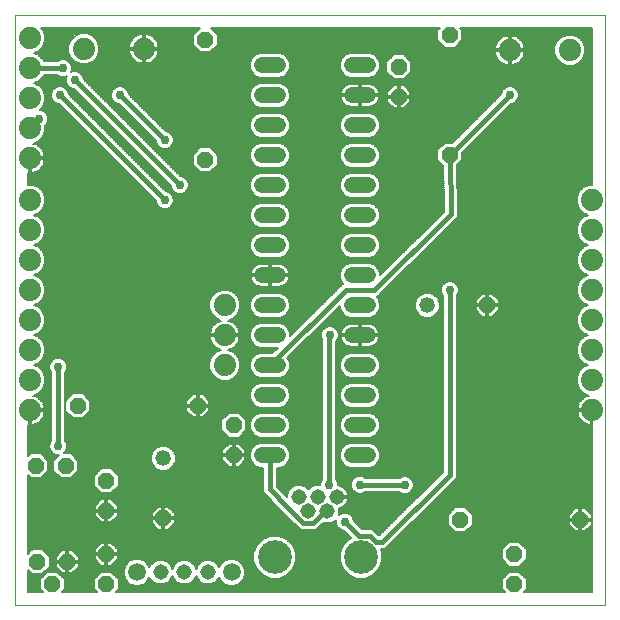
<source format=gbl>
G75*
%MOIN*%
%OFA0B0*%
%FSLAX25Y25*%
%IPPOS*%
%LPD*%
%AMOC8*
5,1,8,0,0,1.08239X$1,22.5*
%
%ADD10C,0.00000*%
%ADD11OC8,0.05200*%
%ADD12C,0.05200*%
%ADD13C,0.05150*%
%ADD14C,0.11220*%
%ADD15C,0.05200*%
%ADD16C,0.05937*%
%ADD17C,0.07400*%
%ADD18C,0.00600*%
%ADD19C,0.02978*%
%ADD20C,0.01600*%
D10*
X0002333Y0006548D02*
X0002333Y0203398D01*
X0199184Y0203398D01*
X0199184Y0006548D01*
X0002333Y0006548D01*
D11*
X0014833Y0013548D03*
X0009833Y0021048D03*
X0019833Y0021048D03*
X0032833Y0023548D03*
X0032833Y0013548D03*
X0051833Y0035548D03*
X0032833Y0038048D03*
X0032833Y0048048D03*
X0019333Y0053048D03*
X0009333Y0053048D03*
X0023333Y0073048D03*
X0063333Y0073048D03*
X0075333Y0066548D03*
X0075333Y0056548D03*
X0150833Y0035048D03*
X0168833Y0023548D03*
X0168833Y0013548D03*
X0190833Y0035048D03*
X0159833Y0106548D03*
X0147333Y0156548D03*
X0130333Y0176048D03*
X0130333Y0186048D03*
X0147333Y0196548D03*
X0065833Y0195048D03*
X0065833Y0155048D03*
D12*
X0139833Y0106548D03*
X0051833Y0055548D03*
D13*
X0050959Y0017548D03*
X0058833Y0017548D03*
X0066707Y0017548D03*
X0097034Y0042627D03*
X0100184Y0037902D03*
X0103333Y0042627D03*
X0106483Y0037902D03*
X0109633Y0042627D03*
D14*
X0117703Y0022548D03*
X0088963Y0022548D03*
D15*
X0089933Y0056548D02*
X0084733Y0056548D01*
X0084733Y0066548D02*
X0089933Y0066548D01*
X0089933Y0076548D02*
X0084733Y0076548D01*
X0084733Y0086548D02*
X0089933Y0086548D01*
X0089933Y0096548D02*
X0084733Y0096548D01*
X0084733Y0106548D02*
X0089933Y0106548D01*
X0089933Y0116548D02*
X0084733Y0116548D01*
X0084733Y0126548D02*
X0089933Y0126548D01*
X0089933Y0136548D02*
X0084733Y0136548D01*
X0084733Y0146548D02*
X0089933Y0146548D01*
X0089933Y0156548D02*
X0084733Y0156548D01*
X0084733Y0166548D02*
X0089933Y0166548D01*
X0089933Y0176548D02*
X0084733Y0176548D01*
X0084733Y0186548D02*
X0089933Y0186548D01*
X0114733Y0186548D02*
X0119933Y0186548D01*
X0119933Y0176548D02*
X0114733Y0176548D01*
X0114733Y0166548D02*
X0119933Y0166548D01*
X0119933Y0156548D02*
X0114733Y0156548D01*
X0114733Y0146548D02*
X0119933Y0146548D01*
X0119933Y0136548D02*
X0114733Y0136548D01*
X0114733Y0126548D02*
X0119933Y0126548D01*
X0119933Y0116548D02*
X0114733Y0116548D01*
X0114733Y0106548D02*
X0119933Y0106548D01*
X0119933Y0096548D02*
X0114733Y0096548D01*
X0114733Y0086548D02*
X0119933Y0086548D01*
X0119933Y0076548D02*
X0114733Y0076548D01*
X0114733Y0066548D02*
X0119933Y0066548D01*
X0119933Y0056548D02*
X0114733Y0056548D01*
D16*
X0074581Y0017548D03*
X0043085Y0017548D03*
D17*
X0007333Y0071548D03*
X0007333Y0081548D03*
X0007333Y0091548D03*
X0007333Y0101548D03*
X0007333Y0111548D03*
X0007333Y0121548D03*
X0007333Y0131548D03*
X0007333Y0141548D03*
X0007333Y0155548D03*
X0007333Y0165548D03*
X0007333Y0175548D03*
X0007333Y0185548D03*
X0007333Y0195548D03*
X0025333Y0192048D03*
X0045333Y0192048D03*
X0072333Y0106548D03*
X0072333Y0096548D03*
X0072333Y0086548D03*
X0167333Y0191548D03*
X0187333Y0191548D03*
X0194833Y0141548D03*
X0194833Y0131548D03*
X0194833Y0121548D03*
X0194833Y0111548D03*
X0194833Y0101548D03*
X0194833Y0091548D03*
X0194833Y0081548D03*
X0194833Y0071548D03*
D18*
X0194884Y0071248D02*
X0194884Y0010848D01*
X0171932Y0010848D01*
X0172933Y0011850D01*
X0172933Y0015246D01*
X0170532Y0017648D01*
X0167135Y0017648D01*
X0164733Y0015246D01*
X0164733Y0011850D01*
X0165735Y0010848D01*
X0035932Y0010848D01*
X0036933Y0011850D01*
X0036933Y0015246D01*
X0034532Y0017648D01*
X0031135Y0017648D01*
X0028733Y0015246D01*
X0028733Y0011850D01*
X0029735Y0010848D01*
X0017932Y0010848D01*
X0018933Y0011850D01*
X0018933Y0015246D01*
X0016532Y0017648D01*
X0013135Y0017648D01*
X0010733Y0015246D01*
X0010733Y0011850D01*
X0011735Y0010848D01*
X0006633Y0010848D01*
X0006633Y0018450D01*
X0008135Y0016948D01*
X0011532Y0016948D01*
X0013933Y0019350D01*
X0013933Y0022746D01*
X0011532Y0025148D01*
X0008135Y0025148D01*
X0006633Y0023646D01*
X0006633Y0049950D01*
X0007635Y0048948D01*
X0011032Y0048948D01*
X0013433Y0051350D01*
X0013433Y0054746D01*
X0011032Y0057148D01*
X0007635Y0057148D01*
X0006633Y0056146D01*
X0006633Y0066597D01*
X0006940Y0066548D01*
X0007033Y0066548D01*
X0007033Y0071248D01*
X0007633Y0071248D01*
X0007633Y0066548D01*
X0007727Y0066548D01*
X0008504Y0066671D01*
X0009253Y0066914D01*
X0009954Y0067272D01*
X0010591Y0067734D01*
X0011147Y0068291D01*
X0011610Y0068927D01*
X0011967Y0069629D01*
X0012210Y0070377D01*
X0012333Y0071155D01*
X0012333Y0071248D01*
X0007633Y0071248D01*
X0007633Y0071848D01*
X0012333Y0071848D01*
X0012333Y0071942D01*
X0012210Y0072719D01*
X0011967Y0073467D01*
X0011610Y0074169D01*
X0011147Y0074805D01*
X0010591Y0075362D01*
X0009954Y0075824D01*
X0009253Y0076182D01*
X0008532Y0076416D01*
X0010279Y0077140D01*
X0011742Y0078602D01*
X0012533Y0080514D01*
X0012533Y0082582D01*
X0011742Y0084494D01*
X0010279Y0085956D01*
X0008850Y0086548D01*
X0010279Y0087140D01*
X0011742Y0088602D01*
X0012533Y0090514D01*
X0012533Y0092582D01*
X0011742Y0094494D01*
X0010279Y0095956D01*
X0008850Y0096548D01*
X0010279Y0097140D01*
X0011742Y0098602D01*
X0012533Y0100514D01*
X0069286Y0100514D01*
X0069076Y0100362D02*
X0068520Y0099805D01*
X0068057Y0099169D01*
X0067700Y0098467D01*
X0067456Y0097719D01*
X0067333Y0096942D01*
X0067333Y0096848D01*
X0072033Y0096848D01*
X0072033Y0096248D01*
X0067333Y0096248D01*
X0067333Y0096155D01*
X0067456Y0095377D01*
X0067700Y0094629D01*
X0068057Y0093927D01*
X0068520Y0093291D01*
X0069076Y0092734D01*
X0069713Y0092272D01*
X0070414Y0091914D01*
X0071135Y0091680D01*
X0069388Y0090956D01*
X0067925Y0089494D01*
X0067133Y0087582D01*
X0067133Y0085514D01*
X0067925Y0083602D01*
X0069388Y0082140D01*
X0071299Y0081348D01*
X0073368Y0081348D01*
X0075279Y0082140D01*
X0076742Y0083602D01*
X0077533Y0085514D01*
X0077533Y0087582D01*
X0076742Y0089494D01*
X0075279Y0090956D01*
X0073532Y0091680D01*
X0074253Y0091914D01*
X0074954Y0092272D01*
X0075591Y0092734D01*
X0076147Y0093291D01*
X0076610Y0093927D01*
X0076967Y0094629D01*
X0077210Y0095377D01*
X0077333Y0096155D01*
X0077333Y0096248D01*
X0072633Y0096248D01*
X0072633Y0096848D01*
X0077333Y0096848D01*
X0077333Y0096942D01*
X0077210Y0097719D01*
X0076967Y0098467D01*
X0076610Y0099169D01*
X0076147Y0099805D01*
X0075591Y0100362D01*
X0074954Y0100824D01*
X0074253Y0101182D01*
X0073532Y0101416D01*
X0075279Y0102140D01*
X0076742Y0103602D01*
X0077533Y0105514D01*
X0077533Y0107582D01*
X0076742Y0109494D01*
X0075279Y0110956D01*
X0073368Y0111748D01*
X0071299Y0111748D01*
X0069388Y0110956D01*
X0067925Y0109494D01*
X0067133Y0107582D01*
X0067133Y0105514D01*
X0067925Y0103602D01*
X0069388Y0102140D01*
X0071135Y0101416D01*
X0070414Y0101182D01*
X0069713Y0100824D01*
X0069076Y0100362D01*
X0068630Y0099916D02*
X0012286Y0099916D01*
X0012533Y0100514D02*
X0012533Y0102582D01*
X0011742Y0104494D01*
X0010279Y0105956D01*
X0008850Y0106548D01*
X0010279Y0107140D01*
X0011742Y0108602D01*
X0012533Y0110514D01*
X0012533Y0112582D01*
X0011742Y0114494D01*
X0010279Y0115956D01*
X0008850Y0116548D01*
X0010279Y0117140D01*
X0011742Y0118602D01*
X0012533Y0120514D01*
X0012533Y0122582D01*
X0011742Y0124494D01*
X0010279Y0125956D01*
X0008850Y0126548D01*
X0010279Y0127140D01*
X0011742Y0128602D01*
X0012533Y0130514D01*
X0012533Y0132582D01*
X0011742Y0134494D01*
X0010279Y0135956D01*
X0008850Y0136548D01*
X0010279Y0137140D01*
X0011742Y0138602D01*
X0012533Y0140514D01*
X0012533Y0142582D01*
X0011742Y0144494D01*
X0010279Y0145956D01*
X0008368Y0146748D01*
X0006633Y0146748D01*
X0006633Y0150597D01*
X0006940Y0150548D01*
X0007033Y0150548D01*
X0007033Y0155248D01*
X0007633Y0155248D01*
X0007633Y0150548D01*
X0007727Y0150548D01*
X0008504Y0150671D01*
X0009253Y0150914D01*
X0009954Y0151272D01*
X0010591Y0151734D01*
X0011147Y0152291D01*
X0011610Y0152927D01*
X0011967Y0153629D01*
X0012210Y0154377D01*
X0012333Y0155155D01*
X0012333Y0155248D01*
X0007633Y0155248D01*
X0007633Y0155848D01*
X0012333Y0155848D01*
X0012333Y0155942D01*
X0012210Y0156719D01*
X0011967Y0157467D01*
X0011610Y0158169D01*
X0011147Y0158805D01*
X0010591Y0159362D01*
X0009954Y0159824D01*
X0009253Y0160182D01*
X0008532Y0160416D01*
X0010279Y0161140D01*
X0011742Y0162602D01*
X0012533Y0164514D01*
X0012533Y0166521D01*
X0012978Y0166966D01*
X0013433Y0168065D01*
X0013433Y0169254D01*
X0012978Y0170352D01*
X0012137Y0171193D01*
X0011039Y0171648D01*
X0010787Y0171648D01*
X0011742Y0172602D01*
X0012533Y0174514D01*
X0012533Y0176582D01*
X0011742Y0178494D01*
X0010279Y0179956D01*
X0008850Y0180548D01*
X0010279Y0181140D01*
X0011742Y0182602D01*
X0012009Y0183248D01*
X0016406Y0183248D01*
X0016640Y0183014D01*
X0017739Y0182559D01*
X0018928Y0182559D01*
X0019639Y0182854D01*
X0019344Y0182143D01*
X0019344Y0180953D01*
X0019799Y0179855D01*
X0020640Y0179014D01*
X0021739Y0178559D01*
X0022070Y0178559D01*
X0054344Y0146284D01*
X0054344Y0145953D01*
X0054799Y0144855D01*
X0055640Y0144014D01*
X0056739Y0143559D01*
X0057928Y0143559D01*
X0059026Y0144014D01*
X0059867Y0144855D01*
X0060322Y0145953D01*
X0060322Y0147143D01*
X0059867Y0148241D01*
X0059026Y0149082D01*
X0057928Y0149537D01*
X0057597Y0149537D01*
X0025322Y0181812D01*
X0025322Y0182143D01*
X0024867Y0183241D01*
X0024026Y0184082D01*
X0022928Y0184537D01*
X0021739Y0184537D01*
X0021028Y0184242D01*
X0021322Y0184953D01*
X0021322Y0186143D01*
X0020867Y0187241D01*
X0020026Y0188082D01*
X0018928Y0188537D01*
X0017739Y0188537D01*
X0016640Y0188082D01*
X0016406Y0187848D01*
X0012009Y0187848D01*
X0011742Y0188494D01*
X0010279Y0189956D01*
X0008850Y0190548D01*
X0010279Y0191140D01*
X0011742Y0192602D01*
X0012533Y0194514D01*
X0012533Y0196582D01*
X0011742Y0198494D01*
X0011137Y0199098D01*
X0064085Y0199098D01*
X0061733Y0196746D01*
X0061733Y0193350D01*
X0064135Y0190948D01*
X0067532Y0190948D01*
X0069933Y0193350D01*
X0069933Y0196746D01*
X0067581Y0199098D01*
X0144085Y0199098D01*
X0143233Y0198246D01*
X0143233Y0194850D01*
X0145635Y0192448D01*
X0149032Y0192448D01*
X0151433Y0194850D01*
X0151433Y0198246D01*
X0150581Y0199098D01*
X0194884Y0199098D01*
X0194884Y0146748D01*
X0193799Y0146748D01*
X0191888Y0145956D01*
X0190425Y0144494D01*
X0189633Y0142582D01*
X0189633Y0140514D01*
X0190425Y0138602D01*
X0191888Y0137140D01*
X0193316Y0136548D01*
X0191888Y0135956D01*
X0190425Y0134494D01*
X0189633Y0132582D01*
X0189633Y0130514D01*
X0190425Y0128602D01*
X0191888Y0127140D01*
X0193316Y0126548D01*
X0191888Y0125956D01*
X0190425Y0124494D01*
X0189633Y0122582D01*
X0189633Y0120514D01*
X0190425Y0118602D01*
X0191888Y0117140D01*
X0193316Y0116548D01*
X0191888Y0115956D01*
X0190425Y0114494D01*
X0189633Y0112582D01*
X0189633Y0110514D01*
X0190425Y0108602D01*
X0191888Y0107140D01*
X0193316Y0106548D01*
X0191888Y0105956D01*
X0190425Y0104494D01*
X0189633Y0102582D01*
X0189633Y0100514D01*
X0149633Y0100514D01*
X0149633Y0099916D02*
X0189881Y0099916D01*
X0189633Y0100514D02*
X0190425Y0098602D01*
X0191888Y0097140D01*
X0193316Y0096548D01*
X0191888Y0095956D01*
X0190425Y0094494D01*
X0189633Y0092582D01*
X0189633Y0090514D01*
X0190425Y0088602D01*
X0191888Y0087140D01*
X0193316Y0086548D01*
X0191888Y0085956D01*
X0190425Y0084494D01*
X0189633Y0082582D01*
X0189633Y0080514D01*
X0190425Y0078602D01*
X0191888Y0077140D01*
X0193635Y0076416D01*
X0192914Y0076182D01*
X0192213Y0075824D01*
X0191576Y0075362D01*
X0191020Y0074805D01*
X0190557Y0074169D01*
X0190200Y0073467D01*
X0189956Y0072719D01*
X0189833Y0071942D01*
X0189833Y0071848D01*
X0194533Y0071848D01*
X0194533Y0071248D01*
X0189833Y0071248D01*
X0189833Y0071155D01*
X0189956Y0070377D01*
X0190200Y0069629D01*
X0190557Y0068927D01*
X0191020Y0068291D01*
X0191576Y0067734D01*
X0192213Y0067272D01*
X0192914Y0066914D01*
X0193662Y0066671D01*
X0194440Y0066548D01*
X0194533Y0066548D01*
X0194533Y0071248D01*
X0194884Y0071248D01*
X0194884Y0071187D02*
X0194533Y0071187D01*
X0194533Y0070589D02*
X0194884Y0070589D01*
X0194884Y0069990D02*
X0194533Y0069990D01*
X0194533Y0069392D02*
X0194884Y0069392D01*
X0194884Y0068793D02*
X0194533Y0068793D01*
X0194533Y0068195D02*
X0194884Y0068195D01*
X0194884Y0067596D02*
X0194533Y0067596D01*
X0194533Y0066998D02*
X0194884Y0066998D01*
X0194884Y0066399D02*
X0149633Y0066399D01*
X0149633Y0065801D02*
X0194884Y0065801D01*
X0194884Y0065202D02*
X0149633Y0065202D01*
X0149633Y0064604D02*
X0194884Y0064604D01*
X0194884Y0064005D02*
X0149633Y0064005D01*
X0149633Y0063407D02*
X0194884Y0063407D01*
X0194884Y0062808D02*
X0149633Y0062808D01*
X0149633Y0062210D02*
X0194884Y0062210D01*
X0194884Y0061611D02*
X0149633Y0061611D01*
X0149633Y0061013D02*
X0194884Y0061013D01*
X0194884Y0060414D02*
X0149633Y0060414D01*
X0149633Y0059816D02*
X0194884Y0059816D01*
X0194884Y0059217D02*
X0149633Y0059217D01*
X0149633Y0058619D02*
X0194884Y0058619D01*
X0194884Y0058020D02*
X0149633Y0058020D01*
X0149633Y0057421D02*
X0194884Y0057421D01*
X0194884Y0056823D02*
X0149633Y0056823D01*
X0149633Y0056224D02*
X0194884Y0056224D01*
X0194884Y0055626D02*
X0149633Y0055626D01*
X0149633Y0055027D02*
X0194884Y0055027D01*
X0194884Y0054429D02*
X0149633Y0054429D01*
X0149633Y0053830D02*
X0194884Y0053830D01*
X0194884Y0053232D02*
X0149633Y0053232D01*
X0149633Y0052633D02*
X0194884Y0052633D01*
X0194884Y0052035D02*
X0149633Y0052035D01*
X0149633Y0051436D02*
X0194884Y0051436D01*
X0194884Y0050838D02*
X0149633Y0050838D01*
X0149633Y0050239D02*
X0194884Y0050239D01*
X0194884Y0049641D02*
X0149633Y0049641D01*
X0149633Y0049095D02*
X0149633Y0109621D01*
X0149867Y0109855D01*
X0150322Y0110953D01*
X0150322Y0112143D01*
X0149867Y0113241D01*
X0149026Y0114082D01*
X0147928Y0114537D01*
X0146739Y0114537D01*
X0145640Y0114082D01*
X0144799Y0113241D01*
X0144344Y0112143D01*
X0144344Y0110953D01*
X0144799Y0109855D01*
X0145033Y0109621D01*
X0145033Y0051001D01*
X0123881Y0029848D01*
X0123570Y0029848D01*
X0122907Y0030511D01*
X0121560Y0031858D01*
X0118165Y0031858D01*
X0115322Y0034701D01*
X0115322Y0035032D01*
X0114867Y0036130D01*
X0114026Y0036971D01*
X0112928Y0037426D01*
X0111739Y0037426D01*
X0110640Y0036971D01*
X0110414Y0036745D01*
X0110558Y0037092D01*
X0110558Y0038713D01*
X0110501Y0038849D01*
X0110763Y0038901D01*
X0111468Y0039193D01*
X0112103Y0039617D01*
X0112642Y0040157D01*
X0113066Y0040791D01*
X0113358Y0041497D01*
X0113507Y0042245D01*
X0113507Y0042327D01*
X0109933Y0042327D01*
X0109933Y0042927D01*
X0113507Y0042927D01*
X0113507Y0043008D01*
X0113358Y0043757D01*
X0113066Y0044462D01*
X0112642Y0045097D01*
X0112103Y0045637D01*
X0111468Y0046061D01*
X0110763Y0046353D01*
X0110135Y0046478D01*
X0110135Y0047330D01*
X0109680Y0048429D01*
X0109446Y0048663D01*
X0109446Y0094433D01*
X0109867Y0094855D01*
X0110322Y0095953D01*
X0110322Y0097143D01*
X0109867Y0098241D01*
X0109026Y0099082D01*
X0107928Y0099537D01*
X0106739Y0099537D01*
X0105640Y0099082D01*
X0104799Y0098241D01*
X0104344Y0097143D01*
X0104344Y0095953D01*
X0104799Y0094855D01*
X0104846Y0094809D01*
X0104846Y0048663D01*
X0104612Y0048429D01*
X0104157Y0047330D01*
X0104157Y0046696D01*
X0104144Y0046702D01*
X0102523Y0046702D01*
X0101025Y0046081D01*
X0100184Y0045240D01*
X0099342Y0046081D01*
X0097845Y0046702D01*
X0096224Y0046702D01*
X0094726Y0046081D01*
X0093580Y0044935D01*
X0092959Y0043437D01*
X0092959Y0042758D01*
X0089633Y0046084D01*
X0089633Y0052448D01*
X0090749Y0052448D01*
X0092256Y0053072D01*
X0093409Y0054226D01*
X0094033Y0055732D01*
X0094033Y0057364D01*
X0093409Y0058870D01*
X0092256Y0060024D01*
X0090749Y0060648D01*
X0083918Y0060648D01*
X0082411Y0060024D01*
X0081258Y0058870D01*
X0080633Y0057364D01*
X0080633Y0055732D01*
X0081258Y0054226D01*
X0082411Y0053072D01*
X0083918Y0052448D01*
X0085033Y0052448D01*
X0085033Y0044179D01*
X0092107Y0037106D01*
X0097585Y0031628D01*
X0102783Y0031628D01*
X0105185Y0034030D01*
X0105672Y0033828D01*
X0107293Y0033828D01*
X0108791Y0034448D01*
X0109344Y0035001D01*
X0109344Y0033842D01*
X0109799Y0032744D01*
X0110640Y0031903D01*
X0111739Y0031448D01*
X0112070Y0031448D01*
X0114571Y0028947D01*
X0113676Y0028576D01*
X0111676Y0026576D01*
X0110593Y0023962D01*
X0110593Y0021134D01*
X0111676Y0018520D01*
X0113676Y0016520D01*
X0116289Y0015438D01*
X0119118Y0015438D01*
X0121731Y0016520D01*
X0123731Y0018520D01*
X0124814Y0021134D01*
X0124814Y0023962D01*
X0124281Y0025248D01*
X0125786Y0025248D01*
X0148286Y0047748D01*
X0149633Y0049095D01*
X0149580Y0049042D02*
X0194884Y0049042D01*
X0194884Y0048444D02*
X0148982Y0048444D01*
X0148383Y0047845D02*
X0194884Y0047845D01*
X0194884Y0047247D02*
X0147785Y0047247D01*
X0147186Y0046648D02*
X0194884Y0046648D01*
X0194884Y0046050D02*
X0146588Y0046050D01*
X0145989Y0045451D02*
X0194884Y0045451D01*
X0194884Y0044853D02*
X0145391Y0044853D01*
X0144792Y0044254D02*
X0194884Y0044254D01*
X0194884Y0043656D02*
X0144194Y0043656D01*
X0143595Y0043057D02*
X0194884Y0043057D01*
X0194884Y0042459D02*
X0142997Y0042459D01*
X0142398Y0041860D02*
X0194884Y0041860D01*
X0194884Y0041262D02*
X0141800Y0041262D01*
X0141201Y0040663D02*
X0194884Y0040663D01*
X0194884Y0040065D02*
X0140603Y0040065D01*
X0140004Y0039466D02*
X0194884Y0039466D01*
X0194884Y0038868D02*
X0192529Y0038868D01*
X0192449Y0038948D02*
X0191133Y0038948D01*
X0191133Y0035348D01*
X0190533Y0035348D01*
X0190533Y0034748D01*
X0186933Y0034748D01*
X0186933Y0033433D01*
X0189218Y0031148D01*
X0190533Y0031148D01*
X0190533Y0034748D01*
X0191133Y0034748D01*
X0191133Y0031148D01*
X0192449Y0031148D01*
X0194733Y0033433D01*
X0194733Y0034748D01*
X0191133Y0034748D01*
X0191133Y0035348D01*
X0194733Y0035348D01*
X0194733Y0036663D01*
X0192449Y0038948D01*
X0193128Y0038269D02*
X0194884Y0038269D01*
X0194884Y0037671D02*
X0193726Y0037671D01*
X0194325Y0037072D02*
X0194884Y0037072D01*
X0194884Y0036474D02*
X0194733Y0036474D01*
X0194733Y0035875D02*
X0194884Y0035875D01*
X0194884Y0035277D02*
X0191133Y0035277D01*
X0191133Y0035875D02*
X0190533Y0035875D01*
X0190533Y0035348D02*
X0190533Y0038948D01*
X0189218Y0038948D01*
X0186933Y0036663D01*
X0186933Y0035348D01*
X0190533Y0035348D01*
X0190533Y0035277D02*
X0154933Y0035277D01*
X0154933Y0035875D02*
X0186933Y0035875D01*
X0186933Y0036474D02*
X0154933Y0036474D01*
X0154933Y0036746D02*
X0152532Y0039148D01*
X0149135Y0039148D01*
X0146733Y0036746D01*
X0146733Y0033350D01*
X0149135Y0030948D01*
X0152532Y0030948D01*
X0154933Y0033350D01*
X0154933Y0036746D01*
X0154608Y0037072D02*
X0187342Y0037072D01*
X0187941Y0037671D02*
X0154009Y0037671D01*
X0153410Y0038269D02*
X0188539Y0038269D01*
X0189138Y0038868D02*
X0152812Y0038868D01*
X0148855Y0038868D02*
X0139406Y0038868D01*
X0138807Y0038269D02*
X0148256Y0038269D01*
X0147658Y0037671D02*
X0138209Y0037671D01*
X0137610Y0037072D02*
X0147059Y0037072D01*
X0146733Y0036474D02*
X0137012Y0036474D01*
X0136413Y0035875D02*
X0146733Y0035875D01*
X0146733Y0035277D02*
X0135815Y0035277D01*
X0135216Y0034678D02*
X0146733Y0034678D01*
X0146733Y0034080D02*
X0134618Y0034080D01*
X0134019Y0033481D02*
X0146733Y0033481D01*
X0147201Y0032883D02*
X0133421Y0032883D01*
X0132822Y0032284D02*
X0147799Y0032284D01*
X0148398Y0031686D02*
X0132223Y0031686D01*
X0131625Y0031087D02*
X0148996Y0031087D01*
X0152671Y0031087D02*
X0194884Y0031087D01*
X0194884Y0031686D02*
X0192986Y0031686D01*
X0193585Y0032284D02*
X0194884Y0032284D01*
X0194884Y0032883D02*
X0194183Y0032883D01*
X0194733Y0033481D02*
X0194884Y0033481D01*
X0194884Y0034080D02*
X0194733Y0034080D01*
X0194733Y0034678D02*
X0194884Y0034678D01*
X0191133Y0034678D02*
X0190533Y0034678D01*
X0190533Y0034080D02*
X0191133Y0034080D01*
X0191133Y0033481D02*
X0190533Y0033481D01*
X0190533Y0032883D02*
X0191133Y0032883D01*
X0191133Y0032284D02*
X0190533Y0032284D01*
X0190533Y0031686D02*
X0191133Y0031686D01*
X0188680Y0031686D02*
X0153269Y0031686D01*
X0153868Y0032284D02*
X0188082Y0032284D01*
X0187483Y0032883D02*
X0154466Y0032883D01*
X0154933Y0033481D02*
X0186933Y0033481D01*
X0186933Y0034080D02*
X0154933Y0034080D01*
X0154933Y0034678D02*
X0186933Y0034678D01*
X0190533Y0036474D02*
X0191133Y0036474D01*
X0191133Y0037072D02*
X0190533Y0037072D01*
X0190533Y0037671D02*
X0191133Y0037671D01*
X0191133Y0038269D02*
X0190533Y0038269D01*
X0190533Y0038868D02*
X0191133Y0038868D01*
X0194884Y0030488D02*
X0131026Y0030488D01*
X0130428Y0029890D02*
X0194884Y0029890D01*
X0194884Y0029291D02*
X0129829Y0029291D01*
X0129231Y0028693D02*
X0194884Y0028693D01*
X0194884Y0028094D02*
X0128632Y0028094D01*
X0128034Y0027496D02*
X0166983Y0027496D01*
X0167135Y0027648D02*
X0164733Y0025246D01*
X0164733Y0021850D01*
X0167135Y0019448D01*
X0170532Y0019448D01*
X0172933Y0021850D01*
X0172933Y0025246D01*
X0170532Y0027648D01*
X0167135Y0027648D01*
X0166384Y0026897D02*
X0127435Y0026897D01*
X0126837Y0026299D02*
X0165786Y0026299D01*
X0165187Y0025700D02*
X0126238Y0025700D01*
X0124342Y0025102D02*
X0164733Y0025102D01*
X0164733Y0024503D02*
X0124590Y0024503D01*
X0124814Y0023905D02*
X0164733Y0023905D01*
X0164733Y0023306D02*
X0124814Y0023306D01*
X0124814Y0022708D02*
X0164733Y0022708D01*
X0164733Y0022109D02*
X0124814Y0022109D01*
X0124814Y0021511D02*
X0165072Y0021511D01*
X0165671Y0020912D02*
X0124722Y0020912D01*
X0124474Y0020314D02*
X0166269Y0020314D01*
X0166868Y0019715D02*
X0124226Y0019715D01*
X0123978Y0019117D02*
X0194884Y0019117D01*
X0194884Y0019715D02*
X0170799Y0019715D01*
X0171397Y0020314D02*
X0194884Y0020314D01*
X0194884Y0020912D02*
X0171996Y0020912D01*
X0172594Y0021511D02*
X0194884Y0021511D01*
X0194884Y0022109D02*
X0172933Y0022109D01*
X0172933Y0022708D02*
X0194884Y0022708D01*
X0194884Y0023306D02*
X0172933Y0023306D01*
X0172933Y0023905D02*
X0194884Y0023905D01*
X0194884Y0024503D02*
X0172933Y0024503D01*
X0172933Y0025102D02*
X0194884Y0025102D01*
X0194884Y0025700D02*
X0172479Y0025700D01*
X0171881Y0026299D02*
X0194884Y0026299D01*
X0194884Y0026897D02*
X0171282Y0026897D01*
X0170684Y0027496D02*
X0194884Y0027496D01*
X0194884Y0018518D02*
X0123729Y0018518D01*
X0123131Y0017920D02*
X0194884Y0017920D01*
X0194884Y0017321D02*
X0170858Y0017321D01*
X0171457Y0016723D02*
X0194884Y0016723D01*
X0194884Y0016124D02*
X0172055Y0016124D01*
X0172654Y0015526D02*
X0194884Y0015526D01*
X0194884Y0014927D02*
X0172933Y0014927D01*
X0172933Y0014329D02*
X0194884Y0014329D01*
X0194884Y0013730D02*
X0172933Y0013730D01*
X0172933Y0013132D02*
X0194884Y0013132D01*
X0194884Y0012533D02*
X0172933Y0012533D01*
X0172933Y0011935D02*
X0194884Y0011935D01*
X0194884Y0011336D02*
X0172420Y0011336D01*
X0166808Y0017321D02*
X0122532Y0017321D01*
X0121933Y0016723D02*
X0166210Y0016723D01*
X0165611Y0016124D02*
X0120775Y0016124D01*
X0119330Y0015526D02*
X0165013Y0015526D01*
X0164733Y0014927D02*
X0078280Y0014927D01*
X0078370Y0015017D02*
X0079050Y0016659D01*
X0079050Y0018437D01*
X0078370Y0020079D01*
X0077113Y0021336D01*
X0075470Y0022017D01*
X0073693Y0022017D01*
X0072050Y0021336D01*
X0070793Y0020079D01*
X0070431Y0019206D01*
X0070162Y0019856D01*
X0069016Y0021002D01*
X0067518Y0021623D01*
X0065897Y0021623D01*
X0064399Y0021002D01*
X0063253Y0019856D01*
X0062770Y0018691D01*
X0062288Y0019856D01*
X0061142Y0021002D01*
X0059644Y0021623D01*
X0058023Y0021623D01*
X0056525Y0021002D01*
X0055379Y0019856D01*
X0054896Y0018691D01*
X0054414Y0019856D01*
X0053267Y0021002D01*
X0051770Y0021623D01*
X0050149Y0021623D01*
X0048651Y0021002D01*
X0047505Y0019856D01*
X0047235Y0019206D01*
X0046873Y0020079D01*
X0045616Y0021336D01*
X0043974Y0022017D01*
X0042196Y0022017D01*
X0040554Y0021336D01*
X0039297Y0020079D01*
X0038617Y0018437D01*
X0038617Y0016659D01*
X0039297Y0015017D01*
X0040554Y0013760D01*
X0042196Y0013080D01*
X0043974Y0013080D01*
X0045616Y0013760D01*
X0046873Y0015017D01*
X0047235Y0015890D01*
X0047505Y0015240D01*
X0048651Y0014094D01*
X0050149Y0013473D01*
X0051770Y0013473D01*
X0053267Y0014094D01*
X0054414Y0015240D01*
X0054896Y0016405D01*
X0055379Y0015240D01*
X0056525Y0014094D01*
X0058023Y0013473D01*
X0059644Y0013473D01*
X0061142Y0014094D01*
X0062288Y0015240D01*
X0062770Y0016405D01*
X0063253Y0015240D01*
X0064399Y0014094D01*
X0065897Y0013473D01*
X0067518Y0013473D01*
X0069016Y0014094D01*
X0070162Y0015240D01*
X0070431Y0015890D01*
X0070793Y0015017D01*
X0072050Y0013760D01*
X0073693Y0013080D01*
X0075470Y0013080D01*
X0077113Y0013760D01*
X0078370Y0015017D01*
X0078580Y0015526D02*
X0087337Y0015526D01*
X0087549Y0015438D02*
X0090378Y0015438D01*
X0092991Y0016520D01*
X0094991Y0018520D01*
X0096073Y0021134D01*
X0096073Y0023962D01*
X0094991Y0026576D01*
X0092991Y0028576D01*
X0090378Y0029658D01*
X0087549Y0029658D01*
X0084936Y0028576D01*
X0082935Y0026576D01*
X0081853Y0023962D01*
X0081853Y0021134D01*
X0082935Y0018520D01*
X0084936Y0016520D01*
X0087549Y0015438D01*
X0085892Y0016124D02*
X0078828Y0016124D01*
X0079050Y0016723D02*
X0084733Y0016723D01*
X0084135Y0017321D02*
X0079050Y0017321D01*
X0079050Y0017920D02*
X0083536Y0017920D01*
X0082938Y0018518D02*
X0079016Y0018518D01*
X0078768Y0019117D02*
X0082688Y0019117D01*
X0082441Y0019715D02*
X0078520Y0019715D01*
X0078135Y0020314D02*
X0082193Y0020314D01*
X0081945Y0020912D02*
X0077536Y0020912D01*
X0076691Y0021511D02*
X0081853Y0021511D01*
X0081853Y0022109D02*
X0036733Y0022109D01*
X0036733Y0021933D02*
X0036733Y0023248D01*
X0033133Y0023248D01*
X0033133Y0019648D01*
X0034449Y0019648D01*
X0036733Y0021933D01*
X0036312Y0021511D02*
X0040976Y0021511D01*
X0040130Y0020912D02*
X0035713Y0020912D01*
X0035115Y0020314D02*
X0039532Y0020314D01*
X0039146Y0019715D02*
X0034516Y0019715D01*
X0033133Y0019715D02*
X0032533Y0019715D01*
X0032533Y0019648D02*
X0032533Y0023248D01*
X0028933Y0023248D01*
X0028933Y0021933D01*
X0031218Y0019648D01*
X0032533Y0019648D01*
X0032533Y0020314D02*
X0033133Y0020314D01*
X0033133Y0020912D02*
X0032533Y0020912D01*
X0032533Y0021511D02*
X0033133Y0021511D01*
X0033133Y0022109D02*
X0032533Y0022109D01*
X0032533Y0022708D02*
X0033133Y0022708D01*
X0033133Y0023248D02*
X0032533Y0023248D01*
X0032533Y0023848D01*
X0028933Y0023848D01*
X0028933Y0025163D01*
X0031218Y0027448D01*
X0032533Y0027448D01*
X0032533Y0023848D01*
X0033133Y0023848D01*
X0033133Y0027448D01*
X0034449Y0027448D01*
X0036733Y0025163D01*
X0036733Y0023848D01*
X0033133Y0023848D01*
X0033133Y0023248D01*
X0033133Y0023306D02*
X0081853Y0023306D01*
X0081853Y0022708D02*
X0036733Y0022708D01*
X0036733Y0023905D02*
X0081853Y0023905D01*
X0082077Y0024503D02*
X0036733Y0024503D01*
X0036733Y0025102D02*
X0082325Y0025102D01*
X0082573Y0025700D02*
X0036196Y0025700D01*
X0035598Y0026299D02*
X0082821Y0026299D01*
X0083257Y0026897D02*
X0034999Y0026897D01*
X0033133Y0026897D02*
X0032533Y0026897D01*
X0032533Y0026299D02*
X0033133Y0026299D01*
X0033133Y0025700D02*
X0032533Y0025700D01*
X0032533Y0025102D02*
X0033133Y0025102D01*
X0033133Y0024503D02*
X0032533Y0024503D01*
X0032533Y0023905D02*
X0033133Y0023905D01*
X0032533Y0023306D02*
X0023090Y0023306D01*
X0022492Y0023905D02*
X0028933Y0023905D01*
X0028933Y0024503D02*
X0021893Y0024503D01*
X0021449Y0024948D02*
X0020133Y0024948D01*
X0020133Y0021348D01*
X0019533Y0021348D01*
X0019533Y0020748D01*
X0015933Y0020748D01*
X0015933Y0019433D01*
X0018218Y0017148D01*
X0019533Y0017148D01*
X0019533Y0020748D01*
X0020133Y0020748D01*
X0020133Y0017148D01*
X0021449Y0017148D01*
X0023733Y0019433D01*
X0023733Y0020748D01*
X0020133Y0020748D01*
X0020133Y0021348D01*
X0023733Y0021348D01*
X0023733Y0022663D01*
X0021449Y0024948D01*
X0020133Y0024503D02*
X0019533Y0024503D01*
X0019533Y0024948D02*
X0019533Y0021348D01*
X0015933Y0021348D01*
X0015933Y0022663D01*
X0018218Y0024948D01*
X0019533Y0024948D01*
X0019533Y0023905D02*
X0020133Y0023905D01*
X0020133Y0023306D02*
X0019533Y0023306D01*
X0019533Y0022708D02*
X0020133Y0022708D01*
X0020133Y0022109D02*
X0019533Y0022109D01*
X0019533Y0021511D02*
X0020133Y0021511D01*
X0020133Y0020912D02*
X0029954Y0020912D01*
X0030552Y0020314D02*
X0023733Y0020314D01*
X0023733Y0019715D02*
X0031151Y0019715D01*
X0030808Y0017321D02*
X0021622Y0017321D01*
X0022220Y0017920D02*
X0038617Y0017920D01*
X0038617Y0017321D02*
X0034858Y0017321D01*
X0035457Y0016723D02*
X0038617Y0016723D01*
X0038838Y0016124D02*
X0036055Y0016124D01*
X0036654Y0015526D02*
X0039086Y0015526D01*
X0039387Y0014927D02*
X0036933Y0014927D01*
X0036933Y0014329D02*
X0039985Y0014329D01*
X0040626Y0013730D02*
X0036933Y0013730D01*
X0036933Y0013132D02*
X0042071Y0013132D01*
X0044100Y0013132D02*
X0073567Y0013132D01*
X0072122Y0013730D02*
X0068138Y0013730D01*
X0069251Y0014329D02*
X0071481Y0014329D01*
X0070883Y0014927D02*
X0069849Y0014927D01*
X0070280Y0015526D02*
X0070582Y0015526D01*
X0070642Y0019715D02*
X0070220Y0019715D01*
X0069704Y0020314D02*
X0071028Y0020314D01*
X0071626Y0020912D02*
X0069106Y0020912D01*
X0067788Y0021511D02*
X0072472Y0021511D01*
X0077681Y0014329D02*
X0164733Y0014329D01*
X0164733Y0013730D02*
X0077041Y0013730D01*
X0075596Y0013132D02*
X0164733Y0013132D01*
X0164733Y0012533D02*
X0036933Y0012533D01*
X0036933Y0011935D02*
X0164733Y0011935D01*
X0165247Y0011336D02*
X0036420Y0011336D01*
X0030210Y0016723D02*
X0017457Y0016723D01*
X0018045Y0017321D02*
X0016858Y0017321D01*
X0017446Y0017920D02*
X0012503Y0017920D01*
X0012808Y0017321D02*
X0011905Y0017321D01*
X0012210Y0016723D02*
X0006633Y0016723D01*
X0006633Y0017321D02*
X0007762Y0017321D01*
X0007163Y0017920D02*
X0006633Y0017920D01*
X0006633Y0016124D02*
X0011611Y0016124D01*
X0011013Y0015526D02*
X0006633Y0015526D01*
X0006633Y0014927D02*
X0010733Y0014927D01*
X0010733Y0014329D02*
X0006633Y0014329D01*
X0006633Y0013730D02*
X0010733Y0013730D01*
X0010733Y0013132D02*
X0006633Y0013132D01*
X0006633Y0012533D02*
X0010733Y0012533D01*
X0010733Y0011935D02*
X0006633Y0011935D01*
X0006633Y0011336D02*
X0011247Y0011336D01*
X0018420Y0011336D02*
X0029247Y0011336D01*
X0028733Y0011935D02*
X0018933Y0011935D01*
X0018933Y0012533D02*
X0028733Y0012533D01*
X0028733Y0013132D02*
X0018933Y0013132D01*
X0018933Y0013730D02*
X0028733Y0013730D01*
X0028733Y0014329D02*
X0018933Y0014329D01*
X0018933Y0014927D02*
X0028733Y0014927D01*
X0029013Y0015526D02*
X0018654Y0015526D01*
X0018055Y0016124D02*
X0029611Y0016124D01*
X0029355Y0021511D02*
X0023733Y0021511D01*
X0023733Y0022109D02*
X0028933Y0022109D01*
X0028933Y0022708D02*
X0023689Y0022708D01*
X0023417Y0019117D02*
X0038898Y0019117D01*
X0038651Y0018518D02*
X0022819Y0018518D01*
X0020133Y0018518D02*
X0019533Y0018518D01*
X0019533Y0017920D02*
X0020133Y0017920D01*
X0020133Y0017321D02*
X0019533Y0017321D01*
X0019533Y0019117D02*
X0020133Y0019117D01*
X0020133Y0019715D02*
X0019533Y0019715D01*
X0019533Y0020314D02*
X0020133Y0020314D01*
X0019533Y0020912D02*
X0013933Y0020912D01*
X0013933Y0020314D02*
X0015933Y0020314D01*
X0015933Y0019715D02*
X0013933Y0019715D01*
X0013700Y0019117D02*
X0016249Y0019117D01*
X0016848Y0018518D02*
X0013102Y0018518D01*
X0013933Y0021511D02*
X0015933Y0021511D01*
X0015933Y0022109D02*
X0013933Y0022109D01*
X0013933Y0022708D02*
X0015978Y0022708D01*
X0016576Y0023306D02*
X0013373Y0023306D01*
X0012775Y0023905D02*
X0017175Y0023905D01*
X0017773Y0024503D02*
X0012176Y0024503D01*
X0011578Y0025102D02*
X0028933Y0025102D01*
X0029470Y0025700D02*
X0006633Y0025700D01*
X0006633Y0025102D02*
X0008089Y0025102D01*
X0007490Y0024503D02*
X0006633Y0024503D01*
X0006633Y0023905D02*
X0006892Y0023905D01*
X0006633Y0026299D02*
X0030069Y0026299D01*
X0030667Y0026897D02*
X0006633Y0026897D01*
X0006633Y0027496D02*
X0083856Y0027496D01*
X0084454Y0028094D02*
X0006633Y0028094D01*
X0006633Y0028693D02*
X0085218Y0028693D01*
X0086663Y0029291D02*
X0006633Y0029291D01*
X0006633Y0029890D02*
X0113628Y0029890D01*
X0114226Y0029291D02*
X0091263Y0029291D01*
X0092708Y0028693D02*
X0113959Y0028693D01*
X0113194Y0028094D02*
X0093472Y0028094D01*
X0094071Y0027496D02*
X0112596Y0027496D01*
X0111997Y0026897D02*
X0094669Y0026897D01*
X0095106Y0026299D02*
X0111561Y0026299D01*
X0111313Y0025700D02*
X0095354Y0025700D01*
X0095601Y0025102D02*
X0111065Y0025102D01*
X0110817Y0024503D02*
X0095849Y0024503D01*
X0096073Y0023905D02*
X0110593Y0023905D01*
X0110593Y0023306D02*
X0096073Y0023306D01*
X0096073Y0022708D02*
X0110593Y0022708D01*
X0110593Y0022109D02*
X0096073Y0022109D01*
X0096073Y0021511D02*
X0110593Y0021511D01*
X0110685Y0020912D02*
X0095982Y0020912D01*
X0095734Y0020314D02*
X0110933Y0020314D01*
X0111181Y0019715D02*
X0095486Y0019715D01*
X0095238Y0019117D02*
X0111429Y0019117D01*
X0111678Y0018518D02*
X0094989Y0018518D01*
X0094390Y0017920D02*
X0112276Y0017920D01*
X0112875Y0017321D02*
X0093792Y0017321D01*
X0093193Y0016723D02*
X0113473Y0016723D01*
X0114632Y0016124D02*
X0092035Y0016124D01*
X0090590Y0015526D02*
X0116077Y0015526D01*
X0113029Y0030488D02*
X0006633Y0030488D01*
X0006633Y0031087D02*
X0112431Y0031087D01*
X0111165Y0031686D02*
X0102841Y0031686D01*
X0103439Y0032284D02*
X0110259Y0032284D01*
X0109742Y0032883D02*
X0104038Y0032883D01*
X0104636Y0033481D02*
X0109494Y0033481D01*
X0109344Y0034080D02*
X0107902Y0034080D01*
X0109021Y0034678D02*
X0109344Y0034678D01*
X0110550Y0037072D02*
X0110884Y0037072D01*
X0110558Y0037671D02*
X0131703Y0037671D01*
X0132302Y0038269D02*
X0110558Y0038269D01*
X0110596Y0038868D02*
X0132900Y0038868D01*
X0133499Y0039466D02*
X0111877Y0039466D01*
X0112550Y0040065D02*
X0134097Y0040065D01*
X0134696Y0040663D02*
X0112981Y0040663D01*
X0113261Y0041262D02*
X0135294Y0041262D01*
X0135893Y0041860D02*
X0113431Y0041860D01*
X0113498Y0043057D02*
X0137090Y0043057D01*
X0136491Y0042459D02*
X0109933Y0042459D01*
X0113379Y0043656D02*
X0131505Y0043656D01*
X0131739Y0043559D02*
X0132928Y0043559D01*
X0134026Y0044014D01*
X0134867Y0044855D01*
X0135322Y0045953D01*
X0135322Y0047143D01*
X0134867Y0048241D01*
X0134026Y0049082D01*
X0132928Y0049537D01*
X0131739Y0049537D01*
X0130640Y0049082D01*
X0130406Y0048848D01*
X0119387Y0048848D01*
X0119026Y0049209D01*
X0117928Y0049664D01*
X0116739Y0049664D01*
X0115640Y0049209D01*
X0114799Y0048368D01*
X0114344Y0047269D01*
X0114344Y0046080D01*
X0114799Y0044982D01*
X0115640Y0044141D01*
X0116739Y0043686D01*
X0117928Y0043686D01*
X0119026Y0044141D01*
X0119134Y0044248D01*
X0130406Y0044248D01*
X0130640Y0044014D01*
X0131739Y0043559D01*
X0133161Y0043656D02*
X0137688Y0043656D01*
X0138287Y0044254D02*
X0134267Y0044254D01*
X0134865Y0044853D02*
X0138885Y0044853D01*
X0139484Y0045451D02*
X0135114Y0045451D01*
X0135322Y0046050D02*
X0140082Y0046050D01*
X0140681Y0046648D02*
X0135322Y0046648D01*
X0135279Y0047247D02*
X0141279Y0047247D01*
X0141878Y0047845D02*
X0135031Y0047845D01*
X0134665Y0048444D02*
X0142476Y0048444D01*
X0143075Y0049042D02*
X0134066Y0049042D01*
X0130601Y0049042D02*
X0119193Y0049042D01*
X0117983Y0049641D02*
X0143673Y0049641D01*
X0144272Y0050239D02*
X0109446Y0050239D01*
X0109446Y0049641D02*
X0116683Y0049641D01*
X0115474Y0049042D02*
X0109446Y0049042D01*
X0109665Y0048444D02*
X0114875Y0048444D01*
X0114583Y0047845D02*
X0109921Y0047845D01*
X0110135Y0047247D02*
X0114344Y0047247D01*
X0114344Y0046648D02*
X0110135Y0046648D01*
X0111484Y0046050D02*
X0114357Y0046050D01*
X0114605Y0045451D02*
X0112288Y0045451D01*
X0112805Y0044853D02*
X0114928Y0044853D01*
X0115527Y0044254D02*
X0113152Y0044254D01*
X0113782Y0037072D02*
X0131105Y0037072D01*
X0130506Y0036474D02*
X0114524Y0036474D01*
X0114973Y0035875D02*
X0129908Y0035875D01*
X0129309Y0035277D02*
X0115221Y0035277D01*
X0115345Y0034678D02*
X0128711Y0034678D01*
X0128112Y0034080D02*
X0115943Y0034080D01*
X0116542Y0033481D02*
X0127514Y0033481D01*
X0126915Y0032883D02*
X0117140Y0032883D01*
X0117739Y0032284D02*
X0126317Y0032284D01*
X0125718Y0031686D02*
X0121733Y0031686D01*
X0122331Y0031087D02*
X0125120Y0031087D01*
X0124521Y0030488D02*
X0122930Y0030488D01*
X0123528Y0029890D02*
X0123923Y0029890D01*
X0104157Y0047247D02*
X0089633Y0047247D01*
X0089633Y0047845D02*
X0104370Y0047845D01*
X0104627Y0048444D02*
X0089633Y0048444D01*
X0089633Y0049042D02*
X0104846Y0049042D01*
X0104846Y0049641D02*
X0089633Y0049641D01*
X0089633Y0050239D02*
X0104846Y0050239D01*
X0104846Y0050838D02*
X0089633Y0050838D01*
X0089633Y0051436D02*
X0104846Y0051436D01*
X0104846Y0052035D02*
X0089633Y0052035D01*
X0091196Y0052633D02*
X0104846Y0052633D01*
X0104846Y0053232D02*
X0092415Y0053232D01*
X0093014Y0053830D02*
X0104846Y0053830D01*
X0104846Y0054429D02*
X0093493Y0054429D01*
X0093741Y0055027D02*
X0104846Y0055027D01*
X0104846Y0055626D02*
X0093989Y0055626D01*
X0094033Y0056224D02*
X0104846Y0056224D01*
X0104846Y0056823D02*
X0094033Y0056823D01*
X0094009Y0057421D02*
X0104846Y0057421D01*
X0104846Y0058020D02*
X0093761Y0058020D01*
X0093514Y0058619D02*
X0104846Y0058619D01*
X0104846Y0059217D02*
X0093063Y0059217D01*
X0092464Y0059816D02*
X0104846Y0059816D01*
X0104846Y0060414D02*
X0091314Y0060414D01*
X0090749Y0062448D02*
X0092256Y0063072D01*
X0093409Y0064226D01*
X0094033Y0065732D01*
X0094033Y0067364D01*
X0093409Y0068870D01*
X0092256Y0070024D01*
X0090749Y0070648D01*
X0083918Y0070648D01*
X0082411Y0070024D01*
X0081258Y0068870D01*
X0080633Y0067364D01*
X0080633Y0065732D01*
X0081258Y0064226D01*
X0082411Y0063072D01*
X0083918Y0062448D01*
X0090749Y0062448D01*
X0091618Y0062808D02*
X0104846Y0062808D01*
X0104846Y0062210D02*
X0019102Y0062210D01*
X0019104Y0062808D02*
X0073275Y0062808D01*
X0073635Y0062448D02*
X0077032Y0062448D01*
X0079433Y0064850D01*
X0079433Y0068246D01*
X0077032Y0070648D01*
X0073635Y0070648D01*
X0071233Y0068246D01*
X0071233Y0064850D01*
X0073635Y0062448D01*
X0072676Y0063407D02*
X0019106Y0063407D01*
X0019109Y0064005D02*
X0072078Y0064005D01*
X0071479Y0064604D02*
X0019111Y0064604D01*
X0019114Y0065202D02*
X0071233Y0065202D01*
X0071233Y0065801D02*
X0019116Y0065801D01*
X0019119Y0066399D02*
X0071233Y0066399D01*
X0071233Y0066998D02*
X0019121Y0066998D01*
X0019123Y0067596D02*
X0071233Y0067596D01*
X0071233Y0068195D02*
X0019126Y0068195D01*
X0019128Y0068793D02*
X0071780Y0068793D01*
X0072379Y0069392D02*
X0065192Y0069392D01*
X0064949Y0069148D02*
X0067233Y0071433D01*
X0067233Y0072748D01*
X0063633Y0072748D01*
X0063633Y0069148D01*
X0064949Y0069148D01*
X0065791Y0069990D02*
X0072977Y0069990D01*
X0073576Y0070589D02*
X0066389Y0070589D01*
X0066988Y0071187D02*
X0104846Y0071187D01*
X0104846Y0070589D02*
X0090892Y0070589D01*
X0092289Y0069990D02*
X0104846Y0069990D01*
X0104846Y0069392D02*
X0092888Y0069392D01*
X0093441Y0068793D02*
X0104846Y0068793D01*
X0104846Y0068195D02*
X0093689Y0068195D01*
X0093937Y0067596D02*
X0104846Y0067596D01*
X0104846Y0066998D02*
X0094033Y0066998D01*
X0094033Y0066399D02*
X0104846Y0066399D01*
X0104846Y0065801D02*
X0094033Y0065801D01*
X0093814Y0065202D02*
X0104846Y0065202D01*
X0104846Y0064604D02*
X0093566Y0064604D01*
X0093189Y0064005D02*
X0104846Y0064005D01*
X0104846Y0063407D02*
X0092590Y0063407D01*
X0090749Y0072448D02*
X0092256Y0073072D01*
X0093409Y0074226D01*
X0094033Y0075732D01*
X0094033Y0077364D01*
X0093409Y0078870D01*
X0092256Y0080024D01*
X0090749Y0080648D01*
X0083918Y0080648D01*
X0082411Y0080024D01*
X0081258Y0078870D01*
X0080633Y0077364D01*
X0080633Y0075732D01*
X0081258Y0074226D01*
X0082411Y0073072D01*
X0083918Y0072448D01*
X0090749Y0072448D01*
X0092040Y0072983D02*
X0104846Y0072983D01*
X0104846Y0073581D02*
X0092765Y0073581D01*
X0093363Y0074180D02*
X0104846Y0074180D01*
X0104846Y0074778D02*
X0093638Y0074778D01*
X0093886Y0075377D02*
X0104846Y0075377D01*
X0104846Y0075975D02*
X0094033Y0075975D01*
X0094033Y0076574D02*
X0104846Y0076574D01*
X0104846Y0077172D02*
X0094033Y0077172D01*
X0093865Y0077771D02*
X0104846Y0077771D01*
X0104846Y0078369D02*
X0093617Y0078369D01*
X0093312Y0078968D02*
X0104846Y0078968D01*
X0104846Y0079566D02*
X0092713Y0079566D01*
X0091915Y0080165D02*
X0104846Y0080165D01*
X0104846Y0080763D02*
X0019133Y0080763D01*
X0019133Y0080165D02*
X0082752Y0080165D01*
X0081953Y0079566D02*
X0019133Y0079566D01*
X0019133Y0078968D02*
X0081355Y0078968D01*
X0081050Y0078369D02*
X0019133Y0078369D01*
X0019133Y0077771D02*
X0080802Y0077771D01*
X0080633Y0077172D02*
X0019133Y0077172D01*
X0019133Y0076574D02*
X0021061Y0076574D01*
X0021635Y0077148D02*
X0019233Y0074746D01*
X0019233Y0071350D01*
X0021635Y0068948D01*
X0025032Y0068948D01*
X0027433Y0071350D01*
X0027433Y0074746D01*
X0025032Y0077148D01*
X0021635Y0077148D01*
X0020462Y0075975D02*
X0019133Y0075975D01*
X0019133Y0075377D02*
X0019864Y0075377D01*
X0019265Y0074778D02*
X0019133Y0074778D01*
X0019133Y0074180D02*
X0019233Y0074180D01*
X0019233Y0073581D02*
X0019133Y0073581D01*
X0019133Y0072983D02*
X0019233Y0072983D01*
X0019233Y0072384D02*
X0019133Y0072384D01*
X0019133Y0071786D02*
X0019233Y0071786D01*
X0019133Y0071187D02*
X0019396Y0071187D01*
X0019137Y0070991D02*
X0019133Y0070995D01*
X0019133Y0084121D01*
X0019367Y0084355D01*
X0019822Y0085453D01*
X0019822Y0086643D01*
X0019367Y0087741D01*
X0018526Y0088582D01*
X0017428Y0089037D01*
X0016239Y0089037D01*
X0015140Y0088582D01*
X0014299Y0087741D01*
X0013844Y0086643D01*
X0013844Y0085453D01*
X0014299Y0084355D01*
X0014533Y0084121D01*
X0014533Y0070053D01*
X0014498Y0061440D01*
X0014257Y0061198D01*
X0013802Y0060100D01*
X0013802Y0058911D01*
X0014257Y0057812D01*
X0015097Y0056971D01*
X0016196Y0056516D01*
X0017003Y0056516D01*
X0015233Y0054746D01*
X0015233Y0051350D01*
X0017635Y0048948D01*
X0021032Y0048948D01*
X0023433Y0051350D01*
X0023433Y0054746D01*
X0021032Y0057148D01*
X0018660Y0057148D01*
X0019324Y0057812D01*
X0019779Y0058911D01*
X0019779Y0060100D01*
X0019324Y0061198D01*
X0019098Y0061424D01*
X0019129Y0069091D01*
X0019133Y0069095D01*
X0019133Y0070043D01*
X0019137Y0070991D01*
X0019136Y0070589D02*
X0019994Y0070589D01*
X0020593Y0069990D02*
X0019133Y0069990D01*
X0019133Y0069392D02*
X0021191Y0069392D01*
X0025475Y0069392D02*
X0061474Y0069392D01*
X0061718Y0069148D02*
X0063033Y0069148D01*
X0063033Y0072748D01*
X0059433Y0072748D01*
X0059433Y0071433D01*
X0061718Y0069148D01*
X0060876Y0069990D02*
X0026074Y0069990D01*
X0026672Y0070589D02*
X0060277Y0070589D01*
X0059679Y0071187D02*
X0027271Y0071187D01*
X0027433Y0071786D02*
X0059433Y0071786D01*
X0059433Y0072384D02*
X0027433Y0072384D01*
X0027433Y0072983D02*
X0063033Y0072983D01*
X0063033Y0072748D02*
X0063033Y0073348D01*
X0059433Y0073348D01*
X0059433Y0074663D01*
X0061718Y0076948D01*
X0063033Y0076948D01*
X0063033Y0073348D01*
X0063633Y0073348D01*
X0063633Y0076948D01*
X0064949Y0076948D01*
X0067233Y0074663D01*
X0067233Y0073348D01*
X0063633Y0073348D01*
X0063633Y0072748D01*
X0063033Y0072748D01*
X0063033Y0072384D02*
X0063633Y0072384D01*
X0063633Y0071786D02*
X0063033Y0071786D01*
X0063033Y0071187D02*
X0063633Y0071187D01*
X0063633Y0070589D02*
X0063033Y0070589D01*
X0063033Y0069990D02*
X0063633Y0069990D01*
X0063633Y0069392D02*
X0063033Y0069392D01*
X0063633Y0072983D02*
X0082627Y0072983D01*
X0081902Y0073581D02*
X0067233Y0073581D01*
X0067233Y0074180D02*
X0081303Y0074180D01*
X0081029Y0074778D02*
X0067118Y0074778D01*
X0066520Y0075377D02*
X0080781Y0075377D01*
X0080633Y0075975D02*
X0065921Y0075975D01*
X0065323Y0076574D02*
X0080633Y0076574D01*
X0083650Y0082559D02*
X0075698Y0082559D01*
X0076297Y0083157D02*
X0082326Y0083157D01*
X0082411Y0083072D02*
X0083918Y0082448D01*
X0090749Y0082448D01*
X0092256Y0083072D01*
X0093409Y0084226D01*
X0094033Y0085732D01*
X0094033Y0087364D01*
X0093409Y0088870D01*
X0093200Y0089079D01*
X0110633Y0106170D01*
X0110633Y0105732D01*
X0111258Y0104226D01*
X0112411Y0103072D01*
X0113918Y0102448D01*
X0120749Y0102448D01*
X0122256Y0103072D01*
X0123409Y0104226D01*
X0124033Y0105732D01*
X0124033Y0107364D01*
X0123409Y0108870D01*
X0123032Y0109248D01*
X0123043Y0109248D01*
X0123709Y0109914D01*
X0148797Y0134515D01*
X0148844Y0134516D01*
X0149472Y0135177D01*
X0150124Y0135816D01*
X0150124Y0135863D01*
X0150157Y0135897D01*
X0150134Y0136809D01*
X0150143Y0137721D01*
X0150110Y0137755D01*
X0149720Y0153137D01*
X0151433Y0154850D01*
X0151433Y0157395D01*
X0167597Y0173559D01*
X0167928Y0173559D01*
X0169026Y0174014D01*
X0169867Y0174855D01*
X0170322Y0175953D01*
X0170322Y0177143D01*
X0169867Y0178241D01*
X0169026Y0179082D01*
X0167928Y0179537D01*
X0166739Y0179537D01*
X0165640Y0179082D01*
X0164799Y0178241D01*
X0164344Y0177143D01*
X0164344Y0176812D01*
X0148181Y0160648D01*
X0145635Y0160648D01*
X0143233Y0158246D01*
X0143233Y0154850D01*
X0145123Y0152960D01*
X0145509Y0137733D01*
X0124033Y0116675D01*
X0124033Y0117364D01*
X0123409Y0118870D01*
X0122256Y0120024D01*
X0120749Y0120648D01*
X0113918Y0120648D01*
X0112411Y0120024D01*
X0111258Y0118870D01*
X0110633Y0117364D01*
X0110633Y0115732D01*
X0111258Y0114226D01*
X0111758Y0113725D01*
X0111215Y0113183D01*
X0094033Y0096338D01*
X0094033Y0097364D01*
X0093409Y0098870D01*
X0092256Y0100024D01*
X0090749Y0100648D01*
X0083918Y0100648D01*
X0082411Y0100024D01*
X0081258Y0098870D01*
X0080633Y0097364D01*
X0080633Y0095732D01*
X0081258Y0094226D01*
X0082411Y0093072D01*
X0083918Y0092448D01*
X0090066Y0092448D01*
X0088230Y0090648D01*
X0083918Y0090648D01*
X0082411Y0090024D01*
X0081258Y0088870D01*
X0080633Y0087364D01*
X0080633Y0085732D01*
X0081258Y0084226D01*
X0082411Y0083072D01*
X0081727Y0083756D02*
X0076805Y0083756D01*
X0077053Y0084355D02*
X0081204Y0084355D01*
X0080956Y0084953D02*
X0077301Y0084953D01*
X0077533Y0085552D02*
X0080708Y0085552D01*
X0080633Y0086150D02*
X0077533Y0086150D01*
X0077533Y0086749D02*
X0080633Y0086749D01*
X0080633Y0087347D02*
X0077533Y0087347D01*
X0077383Y0087946D02*
X0080874Y0087946D01*
X0081122Y0088544D02*
X0077135Y0088544D01*
X0076887Y0089143D02*
X0081530Y0089143D01*
X0082128Y0089741D02*
X0076494Y0089741D01*
X0075896Y0090340D02*
X0083173Y0090340D01*
X0083228Y0092734D02*
X0075590Y0092734D01*
X0076177Y0093332D02*
X0082151Y0093332D01*
X0081552Y0093931D02*
X0076611Y0093931D01*
X0076916Y0094529D02*
X0081132Y0094529D01*
X0080884Y0095128D02*
X0077129Y0095128D01*
X0077265Y0095726D02*
X0080636Y0095726D01*
X0080633Y0096325D02*
X0072633Y0096325D01*
X0072033Y0096325D02*
X0009390Y0096325D01*
X0009756Y0096923D02*
X0067333Y0096923D01*
X0067425Y0097522D02*
X0010661Y0097522D01*
X0011259Y0098120D02*
X0067587Y0098120D01*
X0067828Y0098719D02*
X0011790Y0098719D01*
X0012038Y0099317D02*
X0068165Y0099317D01*
X0070279Y0101113D02*
X0012533Y0101113D01*
X0012533Y0101711D02*
X0070422Y0101711D01*
X0069218Y0102310D02*
X0012533Y0102310D01*
X0012398Y0102908D02*
X0068619Y0102908D01*
X0068021Y0103507D02*
X0012150Y0103507D01*
X0011902Y0104105D02*
X0067717Y0104105D01*
X0067469Y0104704D02*
X0011531Y0104704D01*
X0010933Y0105302D02*
X0067221Y0105302D01*
X0067133Y0105901D02*
X0010334Y0105901D01*
X0010178Y0107098D02*
X0067133Y0107098D01*
X0067133Y0106499D02*
X0008968Y0106499D01*
X0010836Y0107696D02*
X0067181Y0107696D01*
X0067428Y0108295D02*
X0011434Y0108295D01*
X0011862Y0108893D02*
X0067676Y0108893D01*
X0067924Y0109492D02*
X0012110Y0109492D01*
X0012358Y0110090D02*
X0068522Y0110090D01*
X0069120Y0110689D02*
X0012533Y0110689D01*
X0012533Y0111288D02*
X0070187Y0111288D01*
X0074479Y0111288D02*
X0109282Y0111288D01*
X0109893Y0111886D02*
X0012533Y0111886D01*
X0012533Y0112485D02*
X0110503Y0112485D01*
X0111114Y0113083D02*
X0091759Y0113083D01*
X0091781Y0113092D02*
X0092419Y0113519D01*
X0092963Y0114062D01*
X0093389Y0114701D01*
X0093683Y0115410D01*
X0093833Y0116164D01*
X0093833Y0116248D01*
X0087633Y0116248D01*
X0087633Y0112648D01*
X0090317Y0112648D01*
X0091071Y0112798D01*
X0091781Y0113092D01*
X0092582Y0113682D02*
X0111714Y0113682D01*
X0111235Y0114280D02*
X0093108Y0114280D01*
X0093463Y0114879D02*
X0110987Y0114879D01*
X0110739Y0115477D02*
X0093697Y0115477D01*
X0093816Y0116076D02*
X0110633Y0116076D01*
X0110633Y0116674D02*
X0087633Y0116674D01*
X0087633Y0116848D02*
X0093833Y0116848D01*
X0093833Y0116932D01*
X0093683Y0117686D01*
X0093389Y0118395D01*
X0092963Y0119034D01*
X0092419Y0119577D01*
X0091781Y0120004D01*
X0091071Y0120298D01*
X0090317Y0120448D01*
X0087633Y0120448D01*
X0087633Y0116848D01*
X0087033Y0116848D01*
X0087033Y0116248D01*
X0080833Y0116248D01*
X0080833Y0116164D01*
X0080983Y0115410D01*
X0081277Y0114701D01*
X0081704Y0114062D01*
X0082247Y0113519D01*
X0082886Y0113092D01*
X0083596Y0112798D01*
X0084349Y0112648D01*
X0087033Y0112648D01*
X0087033Y0116248D01*
X0087633Y0116248D01*
X0087633Y0116848D01*
X0087633Y0117273D02*
X0087033Y0117273D01*
X0087033Y0116848D02*
X0087033Y0120448D01*
X0084349Y0120448D01*
X0083596Y0120298D01*
X0082886Y0120004D01*
X0082247Y0119577D01*
X0081704Y0119034D01*
X0081277Y0118395D01*
X0080983Y0117686D01*
X0080833Y0116932D01*
X0080833Y0116848D01*
X0087033Y0116848D01*
X0087033Y0116674D02*
X0009155Y0116674D01*
X0009991Y0116076D02*
X0080851Y0116076D01*
X0080970Y0115477D02*
X0010758Y0115477D01*
X0011357Y0114879D02*
X0081203Y0114879D01*
X0081558Y0114280D02*
X0011830Y0114280D01*
X0012078Y0113682D02*
X0082084Y0113682D01*
X0082907Y0113083D02*
X0012326Y0113083D01*
X0010412Y0117273D02*
X0080901Y0117273D01*
X0081060Y0117871D02*
X0011010Y0117871D01*
X0011609Y0118470D02*
X0081327Y0118470D01*
X0081738Y0119068D02*
X0011935Y0119068D01*
X0012182Y0119667D02*
X0082381Y0119667D01*
X0083516Y0120265D02*
X0012430Y0120265D01*
X0012533Y0120864D02*
X0128305Y0120864D01*
X0127695Y0120265D02*
X0121673Y0120265D01*
X0122613Y0119667D02*
X0127085Y0119667D01*
X0126474Y0119068D02*
X0123211Y0119068D01*
X0123575Y0118470D02*
X0125864Y0118470D01*
X0125254Y0117871D02*
X0123823Y0117871D01*
X0124033Y0117273D02*
X0124643Y0117273D01*
X0128161Y0114280D02*
X0146119Y0114280D01*
X0145240Y0113682D02*
X0127551Y0113682D01*
X0126941Y0113083D02*
X0144734Y0113083D01*
X0144486Y0112485D02*
X0126330Y0112485D01*
X0125720Y0111886D02*
X0144344Y0111886D01*
X0144344Y0111288D02*
X0125110Y0111288D01*
X0124499Y0110689D02*
X0144454Y0110689D01*
X0144702Y0110090D02*
X0141995Y0110090D01*
X0142156Y0110024D02*
X0140649Y0110648D01*
X0139018Y0110648D01*
X0137511Y0110024D01*
X0136358Y0108870D01*
X0135733Y0107364D01*
X0135733Y0105732D01*
X0136358Y0104226D01*
X0137511Y0103072D01*
X0139018Y0102448D01*
X0140649Y0102448D01*
X0142156Y0103072D01*
X0143309Y0104226D01*
X0143933Y0105732D01*
X0143933Y0107364D01*
X0143309Y0108870D01*
X0142156Y0110024D01*
X0142688Y0109492D02*
X0145033Y0109492D01*
X0145033Y0108893D02*
X0143286Y0108893D01*
X0143548Y0108295D02*
X0145033Y0108295D01*
X0145033Y0107696D02*
X0143795Y0107696D01*
X0143933Y0107098D02*
X0145033Y0107098D01*
X0145033Y0106499D02*
X0143933Y0106499D01*
X0143933Y0105901D02*
X0145033Y0105901D01*
X0145033Y0105302D02*
X0143755Y0105302D01*
X0143507Y0104704D02*
X0145033Y0104704D01*
X0145033Y0104105D02*
X0143189Y0104105D01*
X0142590Y0103507D02*
X0145033Y0103507D01*
X0145033Y0102908D02*
X0141760Y0102908D01*
X0145033Y0102310D02*
X0106696Y0102310D01*
X0107306Y0102908D02*
X0112806Y0102908D01*
X0111976Y0103507D02*
X0107917Y0103507D01*
X0108527Y0104105D02*
X0111378Y0104105D01*
X0111059Y0104704D02*
X0109138Y0104704D01*
X0109748Y0105302D02*
X0110811Y0105302D01*
X0110633Y0105901D02*
X0110359Y0105901D01*
X0106840Y0108893D02*
X0093386Y0108893D01*
X0093409Y0108870D02*
X0092256Y0110024D01*
X0090749Y0110648D01*
X0083918Y0110648D01*
X0082411Y0110024D01*
X0081258Y0108870D01*
X0080633Y0107364D01*
X0080633Y0105732D01*
X0081258Y0104226D01*
X0082411Y0103072D01*
X0083918Y0102448D01*
X0090749Y0102448D01*
X0092256Y0103072D01*
X0093409Y0104226D01*
X0094033Y0105732D01*
X0094033Y0107364D01*
X0093409Y0108870D01*
X0093648Y0108295D02*
X0106230Y0108295D01*
X0105619Y0107696D02*
X0093895Y0107696D01*
X0094033Y0107098D02*
X0105009Y0107098D01*
X0104398Y0106499D02*
X0094033Y0106499D01*
X0094033Y0105901D02*
X0103788Y0105901D01*
X0103177Y0105302D02*
X0093855Y0105302D01*
X0093607Y0104704D02*
X0102567Y0104704D01*
X0101956Y0104105D02*
X0093289Y0104105D01*
X0092690Y0103507D02*
X0101346Y0103507D01*
X0100736Y0102908D02*
X0091860Y0102908D01*
X0091072Y0100514D02*
X0098294Y0100514D01*
X0098904Y0101113D02*
X0074388Y0101113D01*
X0074245Y0101711D02*
X0099515Y0101711D01*
X0100125Y0102310D02*
X0075449Y0102310D01*
X0076048Y0102908D02*
X0082806Y0102908D01*
X0081976Y0103507D02*
X0076646Y0103507D01*
X0076950Y0104105D02*
X0081378Y0104105D01*
X0081059Y0104704D02*
X0077198Y0104704D01*
X0077446Y0105302D02*
X0080811Y0105302D01*
X0080633Y0105901D02*
X0077533Y0105901D01*
X0077533Y0106499D02*
X0080633Y0106499D01*
X0080633Y0107098D02*
X0077533Y0107098D01*
X0077486Y0107696D02*
X0080771Y0107696D01*
X0081019Y0108295D02*
X0077238Y0108295D01*
X0076990Y0108893D02*
X0081280Y0108893D01*
X0081879Y0109492D02*
X0076742Y0109492D01*
X0076145Y0110090D02*
X0082572Y0110090D01*
X0087033Y0113083D02*
X0087633Y0113083D01*
X0087633Y0113682D02*
X0087033Y0113682D01*
X0087033Y0114280D02*
X0087633Y0114280D01*
X0087633Y0114879D02*
X0087033Y0114879D01*
X0087033Y0115477D02*
X0087633Y0115477D01*
X0087633Y0116076D02*
X0087033Y0116076D01*
X0087033Y0117871D02*
X0087633Y0117871D01*
X0087633Y0118470D02*
X0087033Y0118470D01*
X0087033Y0119068D02*
X0087633Y0119068D01*
X0087633Y0119667D02*
X0087033Y0119667D01*
X0087033Y0120265D02*
X0087633Y0120265D01*
X0091150Y0120265D02*
X0112994Y0120265D01*
X0112054Y0119667D02*
X0092286Y0119667D01*
X0092929Y0119068D02*
X0111455Y0119068D01*
X0111091Y0118470D02*
X0093340Y0118470D01*
X0093607Y0117871D02*
X0110844Y0117871D01*
X0110633Y0117273D02*
X0093766Y0117273D01*
X0090749Y0122448D02*
X0092256Y0123072D01*
X0093409Y0124226D01*
X0094033Y0125732D01*
X0094033Y0127364D01*
X0093409Y0128870D01*
X0092256Y0130024D01*
X0090749Y0130648D01*
X0083918Y0130648D01*
X0082411Y0130024D01*
X0081258Y0128870D01*
X0080633Y0127364D01*
X0080633Y0125732D01*
X0081258Y0124226D01*
X0082411Y0123072D01*
X0083918Y0122448D01*
X0090749Y0122448D01*
X0091259Y0122659D02*
X0113408Y0122659D01*
X0113918Y0122448D02*
X0112411Y0123072D01*
X0111258Y0124226D01*
X0110633Y0125732D01*
X0110633Y0127364D01*
X0111258Y0128870D01*
X0112411Y0130024D01*
X0113918Y0130648D01*
X0120749Y0130648D01*
X0122256Y0130024D01*
X0123409Y0128870D01*
X0124033Y0127364D01*
X0124033Y0125732D01*
X0123409Y0124226D01*
X0122256Y0123072D01*
X0120749Y0122448D01*
X0113918Y0122448D01*
X0112225Y0123258D02*
X0092441Y0123258D01*
X0093040Y0123856D02*
X0111627Y0123856D01*
X0111163Y0124455D02*
X0093504Y0124455D01*
X0093752Y0125053D02*
X0110915Y0125053D01*
X0110667Y0125652D02*
X0094000Y0125652D01*
X0094033Y0126250D02*
X0110633Y0126250D01*
X0110633Y0126849D02*
X0094033Y0126849D01*
X0093999Y0127447D02*
X0110668Y0127447D01*
X0110916Y0128046D02*
X0093751Y0128046D01*
X0093503Y0128644D02*
X0111164Y0128644D01*
X0111630Y0129243D02*
X0093037Y0129243D01*
X0092438Y0129841D02*
X0112228Y0129841D01*
X0113415Y0130440D02*
X0091251Y0130440D01*
X0090749Y0132448D02*
X0092256Y0133072D01*
X0093409Y0134226D01*
X0094033Y0135732D01*
X0094033Y0137364D01*
X0093409Y0138870D01*
X0092256Y0140024D01*
X0090749Y0140648D01*
X0083918Y0140648D01*
X0082411Y0140024D01*
X0081258Y0138870D01*
X0080633Y0137364D01*
X0080633Y0135732D01*
X0081258Y0134226D01*
X0082411Y0133072D01*
X0083918Y0132448D01*
X0090749Y0132448D01*
X0091680Y0132834D02*
X0112986Y0132834D01*
X0112411Y0133072D02*
X0113918Y0132448D01*
X0120749Y0132448D01*
X0122256Y0133072D01*
X0123409Y0134226D01*
X0124033Y0135732D01*
X0124033Y0137364D01*
X0123409Y0138870D01*
X0122256Y0140024D01*
X0120749Y0140648D01*
X0113918Y0140648D01*
X0112411Y0140024D01*
X0111258Y0138870D01*
X0110633Y0137364D01*
X0110633Y0135732D01*
X0111258Y0134226D01*
X0112411Y0133072D01*
X0112051Y0133432D02*
X0092616Y0133432D01*
X0093215Y0134031D02*
X0111452Y0134031D01*
X0111090Y0134629D02*
X0093576Y0134629D01*
X0093824Y0135228D02*
X0110842Y0135228D01*
X0110633Y0135826D02*
X0094033Y0135826D01*
X0094033Y0136425D02*
X0110633Y0136425D01*
X0110633Y0137023D02*
X0094033Y0137023D01*
X0093926Y0137622D02*
X0110740Y0137622D01*
X0110988Y0138221D02*
X0093678Y0138221D01*
X0093430Y0138819D02*
X0111236Y0138819D01*
X0111805Y0139418D02*
X0092862Y0139418D01*
X0092264Y0140016D02*
X0112403Y0140016D01*
X0113837Y0140615D02*
X0090830Y0140615D01*
X0090749Y0142448D02*
X0092256Y0143072D01*
X0093409Y0144226D01*
X0094033Y0145732D01*
X0094033Y0147364D01*
X0093409Y0148870D01*
X0092256Y0150024D01*
X0090749Y0150648D01*
X0083918Y0150648D01*
X0082411Y0150024D01*
X0081258Y0148870D01*
X0080633Y0147364D01*
X0080633Y0145732D01*
X0081258Y0144226D01*
X0082411Y0143072D01*
X0083918Y0142448D01*
X0090749Y0142448D01*
X0092102Y0143009D02*
X0112564Y0143009D01*
X0112411Y0143072D02*
X0113918Y0142448D01*
X0120749Y0142448D01*
X0122256Y0143072D01*
X0123409Y0144226D01*
X0124033Y0145732D01*
X0124033Y0147364D01*
X0123409Y0148870D01*
X0122256Y0150024D01*
X0120749Y0150648D01*
X0113918Y0150648D01*
X0112411Y0150024D01*
X0111258Y0148870D01*
X0110633Y0147364D01*
X0110633Y0145732D01*
X0111258Y0144226D01*
X0112411Y0143072D01*
X0111876Y0143607D02*
X0092791Y0143607D01*
X0093389Y0144206D02*
X0111277Y0144206D01*
X0111018Y0144804D02*
X0093649Y0144804D01*
X0093897Y0145403D02*
X0110770Y0145403D01*
X0110633Y0146001D02*
X0094033Y0146001D01*
X0094033Y0146600D02*
X0110633Y0146600D01*
X0110633Y0147198D02*
X0094033Y0147198D01*
X0093854Y0147797D02*
X0110813Y0147797D01*
X0111061Y0148395D02*
X0093606Y0148395D01*
X0093286Y0148994D02*
X0111381Y0148994D01*
X0111979Y0149592D02*
X0092687Y0149592D01*
X0091853Y0150191D02*
X0112814Y0150191D01*
X0113918Y0152448D02*
X0120749Y0152448D01*
X0122256Y0153072D01*
X0123409Y0154226D01*
X0124033Y0155732D01*
X0124033Y0157364D01*
X0123409Y0158870D01*
X0122256Y0160024D01*
X0120749Y0160648D01*
X0113918Y0160648D01*
X0112411Y0160024D01*
X0111258Y0158870D01*
X0110633Y0157364D01*
X0110633Y0155732D01*
X0111258Y0154226D01*
X0112411Y0153072D01*
X0113918Y0152448D01*
X0113588Y0152585D02*
X0091079Y0152585D01*
X0090749Y0152448D02*
X0092256Y0153072D01*
X0093409Y0154226D01*
X0094033Y0155732D01*
X0094033Y0157364D01*
X0093409Y0158870D01*
X0092256Y0160024D01*
X0090749Y0160648D01*
X0083918Y0160648D01*
X0082411Y0160024D01*
X0081258Y0158870D01*
X0080633Y0157364D01*
X0080633Y0155732D01*
X0081258Y0154226D01*
X0082411Y0153072D01*
X0083918Y0152448D01*
X0090749Y0152448D01*
X0092367Y0153183D02*
X0112300Y0153183D01*
X0111701Y0153782D02*
X0092965Y0153782D01*
X0093473Y0154380D02*
X0111193Y0154380D01*
X0110945Y0154979D02*
X0093721Y0154979D01*
X0093969Y0155577D02*
X0110698Y0155577D01*
X0110633Y0156176D02*
X0094033Y0156176D01*
X0094033Y0156774D02*
X0110633Y0156774D01*
X0110637Y0157373D02*
X0094029Y0157373D01*
X0093782Y0157971D02*
X0110885Y0157971D01*
X0111133Y0158570D02*
X0093534Y0158570D01*
X0093111Y0159168D02*
X0111555Y0159168D01*
X0112154Y0159767D02*
X0092513Y0159767D01*
X0091431Y0160365D02*
X0113236Y0160365D01*
X0113918Y0162448D02*
X0120749Y0162448D01*
X0122256Y0163072D01*
X0123409Y0164226D01*
X0124033Y0165732D01*
X0124033Y0167364D01*
X0123409Y0168870D01*
X0122256Y0170024D01*
X0120749Y0170648D01*
X0113918Y0170648D01*
X0112411Y0170024D01*
X0111258Y0168870D01*
X0110633Y0167364D01*
X0110633Y0165732D01*
X0111258Y0164226D01*
X0112411Y0163072D01*
X0113918Y0162448D01*
X0113166Y0162759D02*
X0091501Y0162759D01*
X0090749Y0162448D02*
X0092256Y0163072D01*
X0093409Y0164226D01*
X0094033Y0165732D01*
X0094033Y0167364D01*
X0093409Y0168870D01*
X0092256Y0170024D01*
X0090749Y0170648D01*
X0083918Y0170648D01*
X0082411Y0170024D01*
X0081258Y0168870D01*
X0080633Y0167364D01*
X0080633Y0165732D01*
X0081258Y0164226D01*
X0082411Y0163072D01*
X0083918Y0162448D01*
X0090749Y0162448D01*
X0092542Y0163358D02*
X0112125Y0163358D01*
X0111527Y0163957D02*
X0093140Y0163957D01*
X0093546Y0164555D02*
X0111121Y0164555D01*
X0110873Y0165154D02*
X0093794Y0165154D01*
X0094033Y0165752D02*
X0110633Y0165752D01*
X0110633Y0166351D02*
X0094033Y0166351D01*
X0094033Y0166949D02*
X0110633Y0166949D01*
X0110710Y0167548D02*
X0093957Y0167548D01*
X0093709Y0168146D02*
X0110957Y0168146D01*
X0111205Y0168745D02*
X0093461Y0168745D01*
X0092937Y0169343D02*
X0111730Y0169343D01*
X0112329Y0169942D02*
X0092338Y0169942D01*
X0091009Y0170540D02*
X0113657Y0170540D01*
X0114349Y0172648D02*
X0113596Y0172798D01*
X0112886Y0173092D01*
X0112247Y0173519D01*
X0111704Y0174062D01*
X0111277Y0174701D01*
X0110983Y0175410D01*
X0110833Y0176164D01*
X0110833Y0176248D01*
X0117033Y0176248D01*
X0117033Y0176848D01*
X0110833Y0176848D01*
X0110833Y0176932D01*
X0110983Y0177686D01*
X0111277Y0178395D01*
X0111704Y0179034D01*
X0112247Y0179577D01*
X0112886Y0180004D01*
X0113596Y0180298D01*
X0114349Y0180448D01*
X0117033Y0180448D01*
X0117033Y0176848D01*
X0117633Y0176848D01*
X0117633Y0180448D01*
X0120317Y0180448D01*
X0121071Y0180298D01*
X0121781Y0180004D01*
X0122419Y0179577D01*
X0122963Y0179034D01*
X0123389Y0178395D01*
X0123683Y0177686D01*
X0123833Y0176932D01*
X0123833Y0176848D01*
X0117633Y0176848D01*
X0117633Y0176248D01*
X0117633Y0172648D01*
X0120317Y0172648D01*
X0121071Y0172798D01*
X0121781Y0173092D01*
X0122419Y0173519D01*
X0122963Y0174062D01*
X0123389Y0174701D01*
X0123683Y0175410D01*
X0123833Y0176164D01*
X0123833Y0176248D01*
X0117633Y0176248D01*
X0117033Y0176248D01*
X0117033Y0172648D01*
X0114349Y0172648D01*
X0113267Y0172934D02*
X0091923Y0172934D01*
X0092256Y0173072D02*
X0090749Y0172448D01*
X0083918Y0172448D01*
X0082411Y0173072D01*
X0081258Y0174226D01*
X0080633Y0175732D01*
X0080633Y0177364D01*
X0081258Y0178870D01*
X0082411Y0180024D01*
X0083918Y0180648D01*
X0090749Y0180648D01*
X0092256Y0180024D01*
X0093409Y0178870D01*
X0094033Y0177364D01*
X0094033Y0175732D01*
X0093409Y0174226D01*
X0092256Y0173072D01*
X0092716Y0173533D02*
X0112233Y0173533D01*
X0111658Y0174131D02*
X0093315Y0174131D01*
X0093618Y0174730D02*
X0111265Y0174730D01*
X0111017Y0175328D02*
X0093866Y0175328D01*
X0094033Y0175927D02*
X0110880Y0175927D01*
X0110871Y0177124D02*
X0094033Y0177124D01*
X0094033Y0176525D02*
X0117033Y0176525D01*
X0117033Y0175927D02*
X0117633Y0175927D01*
X0117633Y0176525D02*
X0126433Y0176525D01*
X0126433Y0176348D02*
X0130033Y0176348D01*
X0130033Y0175748D01*
X0126433Y0175748D01*
X0126433Y0174433D01*
X0128718Y0172148D01*
X0130033Y0172148D01*
X0130033Y0175748D01*
X0130633Y0175748D01*
X0130633Y0172148D01*
X0131949Y0172148D01*
X0134233Y0174433D01*
X0134233Y0175748D01*
X0130633Y0175748D01*
X0130633Y0176348D01*
X0130033Y0176348D01*
X0130033Y0179948D01*
X0128718Y0179948D01*
X0126433Y0177663D01*
X0126433Y0176348D01*
X0126433Y0177124D02*
X0123795Y0177124D01*
X0123668Y0177722D02*
X0126492Y0177722D01*
X0127091Y0178321D02*
X0123420Y0178321D01*
X0123039Y0178919D02*
X0127689Y0178919D01*
X0128288Y0179518D02*
X0122479Y0179518D01*
X0121510Y0180116D02*
X0194884Y0180116D01*
X0194884Y0179518D02*
X0167974Y0179518D01*
X0166692Y0179518D02*
X0132379Y0179518D01*
X0131949Y0179948D02*
X0130633Y0179948D01*
X0130633Y0176348D01*
X0134233Y0176348D01*
X0134233Y0177663D01*
X0131949Y0179948D01*
X0130633Y0179518D02*
X0130033Y0179518D01*
X0130033Y0178919D02*
X0130633Y0178919D01*
X0130633Y0178321D02*
X0130033Y0178321D01*
X0130033Y0177722D02*
X0130633Y0177722D01*
X0130633Y0177124D02*
X0130033Y0177124D01*
X0130033Y0176525D02*
X0130633Y0176525D01*
X0130633Y0175927D02*
X0163459Y0175927D01*
X0162861Y0175328D02*
X0134233Y0175328D01*
X0134233Y0174730D02*
X0162262Y0174730D01*
X0161664Y0174131D02*
X0133932Y0174131D01*
X0133333Y0173533D02*
X0161065Y0173533D01*
X0160467Y0172934D02*
X0132735Y0172934D01*
X0132136Y0172336D02*
X0159868Y0172336D01*
X0159270Y0171737D02*
X0045397Y0171737D01*
X0045995Y0171139D02*
X0158671Y0171139D01*
X0158073Y0170540D02*
X0121009Y0170540D01*
X0122338Y0169942D02*
X0157474Y0169942D01*
X0156876Y0169343D02*
X0122937Y0169343D01*
X0123461Y0168745D02*
X0156277Y0168745D01*
X0155679Y0168146D02*
X0123709Y0168146D01*
X0123957Y0167548D02*
X0155080Y0167548D01*
X0154482Y0166949D02*
X0124033Y0166949D01*
X0124033Y0166351D02*
X0153883Y0166351D01*
X0153285Y0165752D02*
X0124033Y0165752D01*
X0123794Y0165154D02*
X0152686Y0165154D01*
X0152088Y0164555D02*
X0123546Y0164555D01*
X0123140Y0163957D02*
X0151489Y0163957D01*
X0150891Y0163358D02*
X0122542Y0163358D01*
X0121501Y0162759D02*
X0150292Y0162759D01*
X0149694Y0162161D02*
X0055315Y0162161D01*
X0055322Y0162143D02*
X0054867Y0163241D01*
X0054026Y0164082D01*
X0052928Y0164537D01*
X0052597Y0164537D01*
X0040322Y0176812D01*
X0040322Y0177143D01*
X0039867Y0178241D01*
X0039026Y0179082D01*
X0037928Y0179537D01*
X0036739Y0179537D01*
X0035640Y0179082D01*
X0034799Y0178241D01*
X0034344Y0177143D01*
X0034344Y0175953D01*
X0034799Y0174855D01*
X0035640Y0174014D01*
X0036739Y0173559D01*
X0037070Y0173559D01*
X0049344Y0161284D01*
X0049344Y0160953D01*
X0049799Y0159855D01*
X0050640Y0159014D01*
X0051739Y0158559D01*
X0052928Y0158559D01*
X0054026Y0159014D01*
X0054867Y0159855D01*
X0055322Y0160953D01*
X0055322Y0162143D01*
X0055322Y0161562D02*
X0149095Y0161562D01*
X0148497Y0160964D02*
X0055322Y0160964D01*
X0055079Y0160365D02*
X0083236Y0160365D01*
X0082154Y0159767D02*
X0054779Y0159767D01*
X0054181Y0159168D02*
X0081555Y0159168D01*
X0081133Y0158570D02*
X0068110Y0158570D01*
X0067532Y0159148D02*
X0069933Y0156746D01*
X0069933Y0153350D01*
X0067532Y0150948D01*
X0064135Y0150948D01*
X0061733Y0153350D01*
X0061733Y0156746D01*
X0064135Y0159148D01*
X0067532Y0159148D01*
X0068708Y0157971D02*
X0080885Y0157971D01*
X0080637Y0157373D02*
X0069307Y0157373D01*
X0069905Y0156774D02*
X0080633Y0156774D01*
X0080633Y0156176D02*
X0069933Y0156176D01*
X0069933Y0155577D02*
X0080698Y0155577D01*
X0080945Y0154979D02*
X0069933Y0154979D01*
X0069933Y0154380D02*
X0081193Y0154380D01*
X0081701Y0153782D02*
X0069933Y0153782D01*
X0069767Y0153183D02*
X0082300Y0153183D01*
X0083588Y0152585D02*
X0069168Y0152585D01*
X0068570Y0151986D02*
X0145148Y0151986D01*
X0145163Y0151388D02*
X0067971Y0151388D01*
X0063695Y0151388D02*
X0055746Y0151388D01*
X0055148Y0151986D02*
X0063097Y0151986D01*
X0062498Y0152585D02*
X0054549Y0152585D01*
X0053951Y0153183D02*
X0061900Y0153183D01*
X0061733Y0153782D02*
X0053352Y0153782D01*
X0052754Y0154380D02*
X0061733Y0154380D01*
X0061733Y0154979D02*
X0052155Y0154979D01*
X0051557Y0155577D02*
X0061733Y0155577D01*
X0061733Y0156176D02*
X0050958Y0156176D01*
X0050360Y0156774D02*
X0061761Y0156774D01*
X0062360Y0157373D02*
X0049761Y0157373D01*
X0049163Y0157971D02*
X0062958Y0157971D01*
X0063557Y0158570D02*
X0052954Y0158570D01*
X0051713Y0158570D02*
X0048564Y0158570D01*
X0047966Y0159168D02*
X0050486Y0159168D01*
X0049887Y0159767D02*
X0047367Y0159767D01*
X0046769Y0160365D02*
X0049588Y0160365D01*
X0049344Y0160964D02*
X0046170Y0160964D01*
X0045572Y0161562D02*
X0049066Y0161562D01*
X0048468Y0162161D02*
X0044973Y0162161D01*
X0044375Y0162759D02*
X0047869Y0162759D01*
X0047271Y0163358D02*
X0043776Y0163358D01*
X0043178Y0163957D02*
X0046672Y0163957D01*
X0046074Y0164555D02*
X0042579Y0164555D01*
X0041980Y0165154D02*
X0045475Y0165154D01*
X0044877Y0165752D02*
X0041382Y0165752D01*
X0040783Y0166351D02*
X0044278Y0166351D01*
X0043680Y0166949D02*
X0040185Y0166949D01*
X0039586Y0167548D02*
X0043081Y0167548D01*
X0042483Y0168146D02*
X0038988Y0168146D01*
X0038389Y0168745D02*
X0041884Y0168745D01*
X0041286Y0169343D02*
X0037791Y0169343D01*
X0037192Y0169942D02*
X0040687Y0169942D01*
X0040089Y0170540D02*
X0036594Y0170540D01*
X0035995Y0171139D02*
X0039490Y0171139D01*
X0038892Y0171737D02*
X0035397Y0171737D01*
X0034798Y0172336D02*
X0038293Y0172336D01*
X0037694Y0172934D02*
X0034200Y0172934D01*
X0033601Y0173533D02*
X0037096Y0173533D01*
X0035523Y0174131D02*
X0033003Y0174131D01*
X0032404Y0174730D02*
X0034925Y0174730D01*
X0034603Y0175328D02*
X0031806Y0175328D01*
X0031207Y0175927D02*
X0034355Y0175927D01*
X0034344Y0176525D02*
X0030609Y0176525D01*
X0030010Y0177124D02*
X0034344Y0177124D01*
X0034584Y0177722D02*
X0029412Y0177722D01*
X0028813Y0178321D02*
X0034879Y0178321D01*
X0035478Y0178919D02*
X0028215Y0178919D01*
X0027616Y0179518D02*
X0036692Y0179518D01*
X0037974Y0179518D02*
X0081905Y0179518D01*
X0081306Y0178919D02*
X0039189Y0178919D01*
X0039788Y0178321D02*
X0081030Y0178321D01*
X0080782Y0177722D02*
X0040082Y0177722D01*
X0040322Y0177124D02*
X0080633Y0177124D01*
X0080633Y0176525D02*
X0040609Y0176525D01*
X0041207Y0175927D02*
X0080633Y0175927D01*
X0080801Y0175328D02*
X0041806Y0175328D01*
X0042404Y0174730D02*
X0081049Y0174730D01*
X0081352Y0174131D02*
X0043003Y0174131D01*
X0043601Y0173533D02*
X0081950Y0173533D01*
X0082744Y0172934D02*
X0044200Y0172934D01*
X0044798Y0172336D02*
X0128530Y0172336D01*
X0127932Y0172934D02*
X0121400Y0172934D01*
X0122433Y0173533D02*
X0127333Y0173533D01*
X0126735Y0174131D02*
X0123009Y0174131D01*
X0123401Y0174730D02*
X0126433Y0174730D01*
X0126433Y0175328D02*
X0123649Y0175328D01*
X0123786Y0175927D02*
X0130033Y0175927D01*
X0130033Y0175328D02*
X0130633Y0175328D01*
X0130633Y0174730D02*
X0130033Y0174730D01*
X0130033Y0174131D02*
X0130633Y0174131D01*
X0130633Y0173533D02*
X0130033Y0173533D01*
X0130033Y0172934D02*
X0130633Y0172934D01*
X0130633Y0172336D02*
X0130033Y0172336D01*
X0134233Y0176525D02*
X0164058Y0176525D01*
X0164344Y0177124D02*
X0134233Y0177124D01*
X0134174Y0177722D02*
X0164584Y0177722D01*
X0164879Y0178321D02*
X0133576Y0178321D01*
X0132977Y0178919D02*
X0165478Y0178919D01*
X0169189Y0178919D02*
X0194884Y0178919D01*
X0194884Y0178321D02*
X0169788Y0178321D01*
X0170082Y0177722D02*
X0194884Y0177722D01*
X0194884Y0177124D02*
X0170322Y0177124D01*
X0170322Y0176525D02*
X0194884Y0176525D01*
X0194884Y0175927D02*
X0170311Y0175927D01*
X0170063Y0175328D02*
X0194884Y0175328D01*
X0194884Y0174730D02*
X0169742Y0174730D01*
X0169144Y0174131D02*
X0194884Y0174131D01*
X0194884Y0173533D02*
X0167571Y0173533D01*
X0166972Y0172934D02*
X0194884Y0172934D01*
X0194884Y0172336D02*
X0166374Y0172336D01*
X0165775Y0171737D02*
X0194884Y0171737D01*
X0194884Y0171139D02*
X0165177Y0171139D01*
X0164578Y0170540D02*
X0194884Y0170540D01*
X0194884Y0169942D02*
X0163980Y0169942D01*
X0163381Y0169343D02*
X0194884Y0169343D01*
X0194884Y0168745D02*
X0162783Y0168745D01*
X0162184Y0168146D02*
X0194884Y0168146D01*
X0194884Y0167548D02*
X0161586Y0167548D01*
X0160987Y0166949D02*
X0194884Y0166949D01*
X0194884Y0166351D02*
X0160389Y0166351D01*
X0159790Y0165752D02*
X0194884Y0165752D01*
X0194884Y0165154D02*
X0159191Y0165154D01*
X0158593Y0164555D02*
X0194884Y0164555D01*
X0194884Y0163957D02*
X0157994Y0163957D01*
X0157396Y0163358D02*
X0194884Y0163358D01*
X0194884Y0162759D02*
X0156797Y0162759D01*
X0156199Y0162161D02*
X0194884Y0162161D01*
X0194884Y0161562D02*
X0155600Y0161562D01*
X0155002Y0160964D02*
X0194884Y0160964D01*
X0194884Y0160365D02*
X0154403Y0160365D01*
X0153805Y0159767D02*
X0194884Y0159767D01*
X0194884Y0159168D02*
X0153206Y0159168D01*
X0152608Y0158570D02*
X0194884Y0158570D01*
X0194884Y0157971D02*
X0152009Y0157971D01*
X0151433Y0157373D02*
X0194884Y0157373D01*
X0194884Y0156774D02*
X0151433Y0156774D01*
X0151433Y0156176D02*
X0194884Y0156176D01*
X0194884Y0155577D02*
X0151433Y0155577D01*
X0151433Y0154979D02*
X0194884Y0154979D01*
X0194884Y0154380D02*
X0150964Y0154380D01*
X0150365Y0153782D02*
X0194884Y0153782D01*
X0194884Y0153183D02*
X0149767Y0153183D01*
X0149734Y0152585D02*
X0194884Y0152585D01*
X0194884Y0151986D02*
X0149749Y0151986D01*
X0149765Y0151388D02*
X0194884Y0151388D01*
X0194884Y0150789D02*
X0149780Y0150789D01*
X0149795Y0150191D02*
X0194884Y0150191D01*
X0194884Y0149592D02*
X0149810Y0149592D01*
X0149825Y0148994D02*
X0194884Y0148994D01*
X0194884Y0148395D02*
X0149840Y0148395D01*
X0149856Y0147797D02*
X0194884Y0147797D01*
X0194884Y0147198D02*
X0149871Y0147198D01*
X0149886Y0146600D02*
X0193441Y0146600D01*
X0191996Y0146001D02*
X0149901Y0146001D01*
X0149916Y0145403D02*
X0191334Y0145403D01*
X0190736Y0144804D02*
X0149931Y0144804D01*
X0149946Y0144206D02*
X0190306Y0144206D01*
X0190058Y0143607D02*
X0149962Y0143607D01*
X0149977Y0143009D02*
X0189810Y0143009D01*
X0189633Y0142410D02*
X0149992Y0142410D01*
X0150007Y0141812D02*
X0189633Y0141812D01*
X0189633Y0141213D02*
X0150022Y0141213D01*
X0150037Y0140615D02*
X0189633Y0140615D01*
X0189839Y0140016D02*
X0150052Y0140016D01*
X0150068Y0139418D02*
X0190087Y0139418D01*
X0190335Y0138819D02*
X0150083Y0138819D01*
X0150098Y0138221D02*
X0190807Y0138221D01*
X0191405Y0137622D02*
X0150142Y0137622D01*
X0150136Y0137023D02*
X0192168Y0137023D01*
X0193019Y0136425D02*
X0150143Y0136425D01*
X0150124Y0135826D02*
X0191758Y0135826D01*
X0191159Y0135228D02*
X0149524Y0135228D01*
X0148952Y0134629D02*
X0190561Y0134629D01*
X0190233Y0134031D02*
X0148303Y0134031D01*
X0147693Y0133432D02*
X0189985Y0133432D01*
X0189738Y0132834D02*
X0147083Y0132834D01*
X0146472Y0132235D02*
X0189633Y0132235D01*
X0189633Y0131637D02*
X0145862Y0131637D01*
X0145252Y0131038D02*
X0189633Y0131038D01*
X0189664Y0130440D02*
X0144641Y0130440D01*
X0144031Y0129841D02*
X0189912Y0129841D01*
X0190160Y0129243D02*
X0143421Y0129243D01*
X0142810Y0128644D02*
X0190408Y0128644D01*
X0190982Y0128046D02*
X0142200Y0128046D01*
X0141589Y0127447D02*
X0191580Y0127447D01*
X0192590Y0126849D02*
X0140979Y0126849D01*
X0140369Y0126250D02*
X0192597Y0126250D01*
X0191583Y0125652D02*
X0139758Y0125652D01*
X0139148Y0125053D02*
X0190985Y0125053D01*
X0190409Y0124455D02*
X0138538Y0124455D01*
X0137927Y0123856D02*
X0190161Y0123856D01*
X0189913Y0123258D02*
X0137317Y0123258D01*
X0136707Y0122659D02*
X0189665Y0122659D01*
X0189633Y0122061D02*
X0136096Y0122061D01*
X0135486Y0121462D02*
X0189633Y0121462D01*
X0189633Y0120864D02*
X0134875Y0120864D01*
X0134265Y0120265D02*
X0189736Y0120265D01*
X0189984Y0119667D02*
X0133655Y0119667D01*
X0133044Y0119068D02*
X0190232Y0119068D01*
X0190558Y0118470D02*
X0132434Y0118470D01*
X0131824Y0117871D02*
X0191156Y0117871D01*
X0191755Y0117273D02*
X0131213Y0117273D01*
X0130603Y0116674D02*
X0193012Y0116674D01*
X0192176Y0116076D02*
X0129992Y0116076D01*
X0129382Y0115477D02*
X0191408Y0115477D01*
X0190810Y0114879D02*
X0128772Y0114879D01*
X0128916Y0121462D02*
X0012533Y0121462D01*
X0012533Y0122061D02*
X0129526Y0122061D01*
X0130136Y0122659D02*
X0121259Y0122659D01*
X0122441Y0123258D02*
X0130747Y0123258D01*
X0131357Y0123856D02*
X0123040Y0123856D01*
X0123504Y0124455D02*
X0131968Y0124455D01*
X0132578Y0125053D02*
X0123752Y0125053D01*
X0124000Y0125652D02*
X0133188Y0125652D01*
X0133799Y0126250D02*
X0124033Y0126250D01*
X0124033Y0126849D02*
X0134409Y0126849D01*
X0135019Y0127447D02*
X0123999Y0127447D01*
X0123751Y0128046D02*
X0135630Y0128046D01*
X0136240Y0128644D02*
X0123503Y0128644D01*
X0123037Y0129243D02*
X0136850Y0129243D01*
X0137461Y0129841D02*
X0122438Y0129841D01*
X0121251Y0130440D02*
X0138071Y0130440D01*
X0138682Y0131038D02*
X0012533Y0131038D01*
X0012533Y0131637D02*
X0139292Y0131637D01*
X0139902Y0132235D02*
X0012533Y0132235D01*
X0012429Y0132834D02*
X0082986Y0132834D01*
X0082051Y0133432D02*
X0012181Y0133432D01*
X0011933Y0134031D02*
X0081452Y0134031D01*
X0081090Y0134629D02*
X0011606Y0134629D01*
X0011007Y0135228D02*
X0080842Y0135228D01*
X0080633Y0135826D02*
X0010409Y0135826D01*
X0009998Y0137023D02*
X0080633Y0137023D01*
X0080633Y0136425D02*
X0009148Y0136425D01*
X0010761Y0137622D02*
X0080740Y0137622D01*
X0080988Y0138221D02*
X0011360Y0138221D01*
X0011831Y0138819D02*
X0051111Y0138819D01*
X0050640Y0139014D02*
X0051739Y0138559D01*
X0052928Y0138559D01*
X0054026Y0139014D01*
X0054867Y0139855D01*
X0055322Y0140953D01*
X0055322Y0142143D01*
X0054867Y0143241D01*
X0054026Y0144082D01*
X0052928Y0144537D01*
X0052597Y0144537D01*
X0020322Y0176812D01*
X0020322Y0177143D01*
X0019867Y0178241D01*
X0019026Y0179082D01*
X0017928Y0179537D01*
X0016739Y0179537D01*
X0015640Y0179082D01*
X0014799Y0178241D01*
X0014344Y0177143D01*
X0014344Y0175953D01*
X0014799Y0174855D01*
X0015640Y0174014D01*
X0016739Y0173559D01*
X0017070Y0173559D01*
X0049344Y0141284D01*
X0049344Y0140953D01*
X0049799Y0139855D01*
X0050640Y0139014D01*
X0050237Y0139418D02*
X0012079Y0139418D01*
X0012327Y0140016D02*
X0049733Y0140016D01*
X0049485Y0140615D02*
X0012533Y0140615D01*
X0012533Y0141213D02*
X0049344Y0141213D01*
X0048817Y0141812D02*
X0012533Y0141812D01*
X0012533Y0142410D02*
X0048219Y0142410D01*
X0047620Y0143009D02*
X0012357Y0143009D01*
X0012109Y0143607D02*
X0047022Y0143607D01*
X0046423Y0144206D02*
X0011861Y0144206D01*
X0011431Y0144804D02*
X0045825Y0144804D01*
X0045226Y0145403D02*
X0010833Y0145403D01*
X0010171Y0146001D02*
X0044627Y0146001D01*
X0044029Y0146600D02*
X0008726Y0146600D01*
X0006633Y0147198D02*
X0043430Y0147198D01*
X0042832Y0147797D02*
X0006633Y0147797D01*
X0006633Y0148395D02*
X0042233Y0148395D01*
X0041635Y0148994D02*
X0006633Y0148994D01*
X0006633Y0149592D02*
X0041036Y0149592D01*
X0040438Y0150191D02*
X0006633Y0150191D01*
X0007033Y0150789D02*
X0007633Y0150789D01*
X0007633Y0151388D02*
X0007033Y0151388D01*
X0007033Y0151986D02*
X0007633Y0151986D01*
X0007633Y0152585D02*
X0007033Y0152585D01*
X0007033Y0153183D02*
X0007633Y0153183D01*
X0007633Y0153782D02*
X0007033Y0153782D01*
X0007033Y0154380D02*
X0007633Y0154380D01*
X0007633Y0154979D02*
X0007033Y0154979D01*
X0007633Y0155577D02*
X0035051Y0155577D01*
X0035650Y0154979D02*
X0012305Y0154979D01*
X0012211Y0154380D02*
X0036248Y0154380D01*
X0036847Y0153782D02*
X0012017Y0153782D01*
X0011740Y0153183D02*
X0037445Y0153183D01*
X0038044Y0152585D02*
X0011361Y0152585D01*
X0010843Y0151986D02*
X0038642Y0151986D01*
X0039241Y0151388D02*
X0010114Y0151388D01*
X0008868Y0150789D02*
X0039839Y0150789D01*
X0043352Y0153782D02*
X0046847Y0153782D01*
X0046248Y0154380D02*
X0042754Y0154380D01*
X0042155Y0154979D02*
X0045650Y0154979D01*
X0045051Y0155577D02*
X0041557Y0155577D01*
X0040958Y0156176D02*
X0044453Y0156176D01*
X0043854Y0156774D02*
X0040360Y0156774D01*
X0039761Y0157373D02*
X0043256Y0157373D01*
X0042657Y0157971D02*
X0039163Y0157971D01*
X0038564Y0158570D02*
X0042059Y0158570D01*
X0041460Y0159168D02*
X0037966Y0159168D01*
X0037367Y0159767D02*
X0040862Y0159767D01*
X0040263Y0160365D02*
X0036769Y0160365D01*
X0036170Y0160964D02*
X0039665Y0160964D01*
X0039066Y0161562D02*
X0035572Y0161562D01*
X0034973Y0162161D02*
X0038468Y0162161D01*
X0037869Y0162759D02*
X0034375Y0162759D01*
X0033776Y0163358D02*
X0037271Y0163358D01*
X0036672Y0163957D02*
X0033178Y0163957D01*
X0032579Y0164555D02*
X0036074Y0164555D01*
X0035475Y0165154D02*
X0031980Y0165154D01*
X0031382Y0165752D02*
X0034877Y0165752D01*
X0034278Y0166351D02*
X0030783Y0166351D01*
X0030185Y0166949D02*
X0033680Y0166949D01*
X0033081Y0167548D02*
X0029586Y0167548D01*
X0028988Y0168146D02*
X0032483Y0168146D01*
X0031884Y0168745D02*
X0028389Y0168745D01*
X0027791Y0169343D02*
X0031286Y0169343D01*
X0030687Y0169942D02*
X0027192Y0169942D01*
X0026594Y0170540D02*
X0030089Y0170540D01*
X0029490Y0171139D02*
X0025995Y0171139D01*
X0025397Y0171737D02*
X0028892Y0171737D01*
X0028293Y0172336D02*
X0024798Y0172336D01*
X0024200Y0172934D02*
X0027694Y0172934D01*
X0027096Y0173533D02*
X0023601Y0173533D01*
X0023003Y0174131D02*
X0026497Y0174131D01*
X0025899Y0174730D02*
X0022404Y0174730D01*
X0021806Y0175328D02*
X0025300Y0175328D01*
X0024702Y0175927D02*
X0021207Y0175927D01*
X0020609Y0176525D02*
X0024103Y0176525D01*
X0023505Y0177124D02*
X0020322Y0177124D01*
X0020082Y0177722D02*
X0022906Y0177722D01*
X0022308Y0178321D02*
X0019788Y0178321D01*
X0019189Y0178919D02*
X0020869Y0178919D01*
X0020137Y0179518D02*
X0017974Y0179518D01*
X0016692Y0179518D02*
X0010717Y0179518D01*
X0011316Y0178919D02*
X0015478Y0178919D01*
X0014879Y0178321D02*
X0011813Y0178321D01*
X0012061Y0177722D02*
X0014584Y0177722D01*
X0014344Y0177124D02*
X0012309Y0177124D01*
X0012533Y0176525D02*
X0014344Y0176525D01*
X0014355Y0175927D02*
X0012533Y0175927D01*
X0012533Y0175328D02*
X0014603Y0175328D01*
X0014925Y0174730D02*
X0012533Y0174730D01*
X0012375Y0174131D02*
X0015523Y0174131D01*
X0017096Y0173533D02*
X0012127Y0173533D01*
X0011879Y0172934D02*
X0017694Y0172934D01*
X0018293Y0172336D02*
X0011475Y0172336D01*
X0010876Y0171737D02*
X0018892Y0171737D01*
X0019490Y0171139D02*
X0012192Y0171139D01*
X0012790Y0170540D02*
X0020089Y0170540D01*
X0020687Y0169942D02*
X0013148Y0169942D01*
X0013396Y0169343D02*
X0021286Y0169343D01*
X0021884Y0168745D02*
X0013433Y0168745D01*
X0013433Y0168146D02*
X0022483Y0168146D01*
X0023081Y0167548D02*
X0013219Y0167548D01*
X0012961Y0166949D02*
X0023680Y0166949D01*
X0024278Y0166351D02*
X0012533Y0166351D01*
X0012533Y0165752D02*
X0024877Y0165752D01*
X0025475Y0165154D02*
X0012533Y0165154D01*
X0012533Y0164555D02*
X0026074Y0164555D01*
X0026672Y0163957D02*
X0012303Y0163957D01*
X0012055Y0163358D02*
X0027271Y0163358D01*
X0027869Y0162759D02*
X0011807Y0162759D01*
X0011300Y0162161D02*
X0028468Y0162161D01*
X0029066Y0161562D02*
X0010702Y0161562D01*
X0009855Y0160964D02*
X0029665Y0160964D01*
X0030263Y0160365D02*
X0008687Y0160365D01*
X0010033Y0159767D02*
X0030862Y0159767D01*
X0031460Y0159168D02*
X0010784Y0159168D01*
X0011318Y0158570D02*
X0032059Y0158570D01*
X0032657Y0157971D02*
X0011710Y0157971D01*
X0011998Y0157373D02*
X0033256Y0157373D01*
X0033854Y0156774D02*
X0012192Y0156774D01*
X0012296Y0156176D02*
X0034453Y0156176D01*
X0043951Y0153183D02*
X0047445Y0153183D01*
X0048044Y0152585D02*
X0044549Y0152585D01*
X0045148Y0151986D02*
X0048642Y0151986D01*
X0049241Y0151388D02*
X0045746Y0151388D01*
X0046345Y0150789D02*
X0049839Y0150789D01*
X0050438Y0150191D02*
X0046943Y0150191D01*
X0047542Y0149592D02*
X0051036Y0149592D01*
X0051635Y0148994D02*
X0048140Y0148994D01*
X0048739Y0148395D02*
X0052233Y0148395D01*
X0052832Y0147797D02*
X0049337Y0147797D01*
X0049936Y0147198D02*
X0053430Y0147198D01*
X0054029Y0146600D02*
X0050534Y0146600D01*
X0051133Y0146001D02*
X0054344Y0146001D01*
X0054573Y0145403D02*
X0051731Y0145403D01*
X0052330Y0144804D02*
X0054850Y0144804D01*
X0055449Y0144206D02*
X0053728Y0144206D01*
X0054501Y0143607D02*
X0056623Y0143607D01*
X0058044Y0143607D02*
X0081876Y0143607D01*
X0081277Y0144206D02*
X0059218Y0144206D01*
X0059816Y0144804D02*
X0081018Y0144804D01*
X0080770Y0145403D02*
X0060094Y0145403D01*
X0060322Y0146001D02*
X0080633Y0146001D01*
X0080633Y0146600D02*
X0060322Y0146600D01*
X0060299Y0147198D02*
X0080633Y0147198D01*
X0080813Y0147797D02*
X0060051Y0147797D01*
X0059713Y0148395D02*
X0081061Y0148395D01*
X0081381Y0148994D02*
X0059115Y0148994D01*
X0057542Y0149592D02*
X0081979Y0149592D01*
X0082814Y0150191D02*
X0056943Y0150191D01*
X0056345Y0150789D02*
X0145178Y0150789D01*
X0145193Y0150191D02*
X0121853Y0150191D01*
X0122687Y0149592D02*
X0145209Y0149592D01*
X0145224Y0148994D02*
X0123286Y0148994D01*
X0123606Y0148395D02*
X0145239Y0148395D01*
X0145254Y0147797D02*
X0123854Y0147797D01*
X0124033Y0147198D02*
X0145269Y0147198D01*
X0145284Y0146600D02*
X0124033Y0146600D01*
X0124033Y0146001D02*
X0145300Y0146001D01*
X0145315Y0145403D02*
X0123897Y0145403D01*
X0123649Y0144804D02*
X0145330Y0144804D01*
X0145345Y0144206D02*
X0123389Y0144206D01*
X0122791Y0143607D02*
X0145360Y0143607D01*
X0145375Y0143009D02*
X0122102Y0143009D01*
X0120830Y0140615D02*
X0145436Y0140615D01*
X0145421Y0141213D02*
X0055322Y0141213D01*
X0055322Y0141812D02*
X0145406Y0141812D01*
X0145390Y0142410D02*
X0055211Y0142410D01*
X0054964Y0143009D02*
X0082564Y0143009D01*
X0083837Y0140615D02*
X0055182Y0140615D01*
X0054934Y0140016D02*
X0082403Y0140016D01*
X0081805Y0139418D02*
X0054430Y0139418D01*
X0053555Y0138819D02*
X0081236Y0138819D01*
X0083415Y0130440D02*
X0012503Y0130440D01*
X0012255Y0129841D02*
X0082228Y0129841D01*
X0081630Y0129243D02*
X0012007Y0129243D01*
X0011759Y0128644D02*
X0081164Y0128644D01*
X0080916Y0128046D02*
X0011185Y0128046D01*
X0010587Y0127447D02*
X0080668Y0127447D01*
X0080633Y0126849D02*
X0009577Y0126849D01*
X0009569Y0126250D02*
X0080633Y0126250D01*
X0080667Y0125652D02*
X0010583Y0125652D01*
X0011182Y0125053D02*
X0080915Y0125053D01*
X0081163Y0124455D02*
X0011758Y0124455D01*
X0012006Y0123856D02*
X0081627Y0123856D01*
X0082225Y0123258D02*
X0012254Y0123258D01*
X0012501Y0122659D02*
X0083408Y0122659D01*
X0075546Y0110689D02*
X0108672Y0110689D01*
X0108061Y0110090D02*
X0092095Y0110090D01*
X0092788Y0109492D02*
X0107451Y0109492D01*
X0106085Y0101711D02*
X0145033Y0101711D01*
X0145033Y0101113D02*
X0105475Y0101113D01*
X0104864Y0100514D02*
X0145033Y0100514D01*
X0145033Y0099916D02*
X0121913Y0099916D01*
X0121781Y0100004D02*
X0121071Y0100298D01*
X0120317Y0100448D01*
X0117633Y0100448D01*
X0117633Y0096848D01*
X0117033Y0096848D01*
X0117033Y0096248D01*
X0110833Y0096248D01*
X0110833Y0096164D01*
X0110983Y0095410D01*
X0111277Y0094701D01*
X0111704Y0094062D01*
X0112247Y0093519D01*
X0112886Y0093092D01*
X0113596Y0092798D01*
X0114349Y0092648D01*
X0117033Y0092648D01*
X0117033Y0096248D01*
X0117633Y0096248D01*
X0117633Y0092648D01*
X0120317Y0092648D01*
X0121071Y0092798D01*
X0121781Y0093092D01*
X0122419Y0093519D01*
X0122963Y0094062D01*
X0123389Y0094701D01*
X0123683Y0095410D01*
X0123833Y0096164D01*
X0123833Y0096248D01*
X0117633Y0096248D01*
X0117633Y0096848D01*
X0123833Y0096848D01*
X0123833Y0096932D01*
X0123683Y0097686D01*
X0123389Y0098395D01*
X0122963Y0099034D01*
X0122419Y0099577D01*
X0121781Y0100004D01*
X0122679Y0099317D02*
X0145033Y0099317D01*
X0145033Y0098719D02*
X0123173Y0098719D01*
X0123503Y0098120D02*
X0145033Y0098120D01*
X0145033Y0097522D02*
X0123716Y0097522D01*
X0123833Y0096923D02*
X0145033Y0096923D01*
X0145033Y0096325D02*
X0117633Y0096325D01*
X0117633Y0096923D02*
X0117033Y0096923D01*
X0117033Y0096848D02*
X0117033Y0100448D01*
X0114349Y0100448D01*
X0113596Y0100298D01*
X0112886Y0100004D01*
X0112247Y0099577D01*
X0111704Y0099034D01*
X0111277Y0098395D01*
X0110983Y0097686D01*
X0110833Y0096932D01*
X0110833Y0096848D01*
X0117033Y0096848D01*
X0117033Y0096325D02*
X0110322Y0096325D01*
X0110322Y0096923D02*
X0110833Y0096923D01*
X0110951Y0097522D02*
X0110165Y0097522D01*
X0109917Y0098120D02*
X0111163Y0098120D01*
X0111493Y0098719D02*
X0109390Y0098719D01*
X0108458Y0099317D02*
X0111987Y0099317D01*
X0112754Y0099916D02*
X0104254Y0099916D01*
X0103643Y0099317D02*
X0106208Y0099317D01*
X0105277Y0098719D02*
X0103033Y0098719D01*
X0102422Y0098120D02*
X0104749Y0098120D01*
X0104501Y0097522D02*
X0101812Y0097522D01*
X0101201Y0096923D02*
X0104344Y0096923D01*
X0104344Y0096325D02*
X0100591Y0096325D01*
X0099980Y0095726D02*
X0104438Y0095726D01*
X0104686Y0095128D02*
X0099370Y0095128D01*
X0098759Y0094529D02*
X0104846Y0094529D01*
X0104846Y0093931D02*
X0098149Y0093931D01*
X0097539Y0093332D02*
X0104846Y0093332D01*
X0104846Y0092734D02*
X0096928Y0092734D01*
X0096318Y0092135D02*
X0104846Y0092135D01*
X0104846Y0091537D02*
X0095707Y0091537D01*
X0095097Y0090938D02*
X0104846Y0090938D01*
X0104846Y0090340D02*
X0094486Y0090340D01*
X0093876Y0089741D02*
X0104846Y0089741D01*
X0104846Y0089143D02*
X0093265Y0089143D01*
X0093544Y0088544D02*
X0104846Y0088544D01*
X0104846Y0087946D02*
X0093792Y0087946D01*
X0094033Y0087347D02*
X0104846Y0087347D01*
X0104846Y0086749D02*
X0094033Y0086749D01*
X0094033Y0086150D02*
X0104846Y0086150D01*
X0104846Y0085552D02*
X0093958Y0085552D01*
X0093710Y0084953D02*
X0104846Y0084953D01*
X0104846Y0084355D02*
X0093463Y0084355D01*
X0092940Y0083756D02*
X0104846Y0083756D01*
X0104846Y0083157D02*
X0092341Y0083157D01*
X0091017Y0082559D02*
X0104846Y0082559D01*
X0104846Y0081960D02*
X0074846Y0081960D01*
X0073401Y0081362D02*
X0104846Y0081362D01*
X0109446Y0081362D02*
X0145033Y0081362D01*
X0145033Y0081960D02*
X0109446Y0081960D01*
X0109446Y0082559D02*
X0113650Y0082559D01*
X0113918Y0082448D02*
X0120749Y0082448D01*
X0122256Y0083072D01*
X0123409Y0084226D01*
X0124033Y0085732D01*
X0124033Y0087364D01*
X0123409Y0088870D01*
X0122256Y0090024D01*
X0120749Y0090648D01*
X0113918Y0090648D01*
X0112411Y0090024D01*
X0111258Y0088870D01*
X0110633Y0087364D01*
X0110633Y0085732D01*
X0111258Y0084226D01*
X0112411Y0083072D01*
X0113918Y0082448D01*
X0112326Y0083157D02*
X0109446Y0083157D01*
X0109446Y0083756D02*
X0111727Y0083756D01*
X0111204Y0084355D02*
X0109446Y0084355D01*
X0109446Y0084953D02*
X0110956Y0084953D01*
X0110708Y0085552D02*
X0109446Y0085552D01*
X0109446Y0086150D02*
X0110633Y0086150D01*
X0110633Y0086749D02*
X0109446Y0086749D01*
X0109446Y0087347D02*
X0110633Y0087347D01*
X0110874Y0087946D02*
X0109446Y0087946D01*
X0109446Y0088544D02*
X0111122Y0088544D01*
X0111530Y0089143D02*
X0109446Y0089143D01*
X0109446Y0089741D02*
X0112128Y0089741D01*
X0113173Y0090340D02*
X0109446Y0090340D01*
X0109446Y0090938D02*
X0145033Y0090938D01*
X0145033Y0090340D02*
X0121493Y0090340D01*
X0122539Y0089741D02*
X0145033Y0089741D01*
X0145033Y0089143D02*
X0123137Y0089143D01*
X0123544Y0088544D02*
X0145033Y0088544D01*
X0145033Y0087946D02*
X0123792Y0087946D01*
X0124033Y0087347D02*
X0145033Y0087347D01*
X0145033Y0086749D02*
X0124033Y0086749D01*
X0124033Y0086150D02*
X0145033Y0086150D01*
X0145033Y0085552D02*
X0123958Y0085552D01*
X0123710Y0084953D02*
X0145033Y0084953D01*
X0145033Y0084355D02*
X0123463Y0084355D01*
X0122940Y0083756D02*
X0145033Y0083756D01*
X0145033Y0083157D02*
X0122341Y0083157D01*
X0121017Y0082559D02*
X0145033Y0082559D01*
X0145033Y0080763D02*
X0109446Y0080763D01*
X0109446Y0080165D02*
X0112752Y0080165D01*
X0112411Y0080024D02*
X0111258Y0078870D01*
X0110633Y0077364D01*
X0110633Y0075732D01*
X0111258Y0074226D01*
X0112411Y0073072D01*
X0113918Y0072448D01*
X0120749Y0072448D01*
X0122256Y0073072D01*
X0123409Y0074226D01*
X0124033Y0075732D01*
X0124033Y0077364D01*
X0123409Y0078870D01*
X0122256Y0080024D01*
X0120749Y0080648D01*
X0113918Y0080648D01*
X0112411Y0080024D01*
X0111953Y0079566D02*
X0109446Y0079566D01*
X0109446Y0078968D02*
X0111355Y0078968D01*
X0111050Y0078369D02*
X0109446Y0078369D01*
X0109446Y0077771D02*
X0110802Y0077771D01*
X0110633Y0077172D02*
X0109446Y0077172D01*
X0109446Y0076574D02*
X0110633Y0076574D01*
X0110633Y0075975D02*
X0109446Y0075975D01*
X0109446Y0075377D02*
X0110781Y0075377D01*
X0111029Y0074778D02*
X0109446Y0074778D01*
X0109446Y0074180D02*
X0111303Y0074180D01*
X0111902Y0073581D02*
X0109446Y0073581D01*
X0109446Y0072983D02*
X0112627Y0072983D01*
X0113775Y0070589D02*
X0109446Y0070589D01*
X0109446Y0071187D02*
X0145033Y0071187D01*
X0145033Y0070589D02*
X0120892Y0070589D01*
X0120749Y0070648D02*
X0122256Y0070024D01*
X0123409Y0068870D01*
X0124033Y0067364D01*
X0124033Y0065732D01*
X0123409Y0064226D01*
X0122256Y0063072D01*
X0120749Y0062448D01*
X0113918Y0062448D01*
X0112411Y0063072D01*
X0111258Y0064226D01*
X0110633Y0065732D01*
X0110633Y0067364D01*
X0111258Y0068870D01*
X0112411Y0070024D01*
X0113918Y0070648D01*
X0120749Y0070648D01*
X0122289Y0069990D02*
X0145033Y0069990D01*
X0145033Y0069392D02*
X0122888Y0069392D01*
X0123441Y0068793D02*
X0145033Y0068793D01*
X0145033Y0068195D02*
X0123689Y0068195D01*
X0123937Y0067596D02*
X0145033Y0067596D01*
X0145033Y0066998D02*
X0124033Y0066998D01*
X0124033Y0066399D02*
X0145033Y0066399D01*
X0145033Y0065801D02*
X0124033Y0065801D01*
X0123814Y0065202D02*
X0145033Y0065202D01*
X0145033Y0064604D02*
X0123566Y0064604D01*
X0123189Y0064005D02*
X0145033Y0064005D01*
X0145033Y0063407D02*
X0122590Y0063407D01*
X0121618Y0062808D02*
X0145033Y0062808D01*
X0145033Y0062210D02*
X0109446Y0062210D01*
X0109446Y0062808D02*
X0113049Y0062808D01*
X0112076Y0063407D02*
X0109446Y0063407D01*
X0109446Y0064005D02*
X0111478Y0064005D01*
X0111101Y0064604D02*
X0109446Y0064604D01*
X0109446Y0065202D02*
X0110853Y0065202D01*
X0110633Y0065801D02*
X0109446Y0065801D01*
X0109446Y0066399D02*
X0110633Y0066399D01*
X0110633Y0066998D02*
X0109446Y0066998D01*
X0109446Y0067596D02*
X0110730Y0067596D01*
X0110978Y0068195D02*
X0109446Y0068195D01*
X0109446Y0068793D02*
X0111226Y0068793D01*
X0111779Y0069392D02*
X0109446Y0069392D01*
X0109446Y0069990D02*
X0112377Y0069990D01*
X0109446Y0071786D02*
X0145033Y0071786D01*
X0145033Y0072384D02*
X0109446Y0072384D01*
X0104846Y0072384D02*
X0067233Y0072384D01*
X0067233Y0071786D02*
X0104846Y0071786D01*
X0104846Y0061611D02*
X0019099Y0061611D01*
X0019401Y0061013D02*
X0104846Y0061013D01*
X0109446Y0061013D02*
X0145033Y0061013D01*
X0145033Y0061611D02*
X0109446Y0061611D01*
X0109446Y0060414D02*
X0113353Y0060414D01*
X0113918Y0060648D02*
X0112411Y0060024D01*
X0111258Y0058870D01*
X0110633Y0057364D01*
X0110633Y0055732D01*
X0111258Y0054226D01*
X0112411Y0053072D01*
X0113918Y0052448D01*
X0120749Y0052448D01*
X0122256Y0053072D01*
X0123409Y0054226D01*
X0124033Y0055732D01*
X0124033Y0057364D01*
X0123409Y0058870D01*
X0122256Y0060024D01*
X0120749Y0060648D01*
X0113918Y0060648D01*
X0112203Y0059816D02*
X0109446Y0059816D01*
X0109446Y0059217D02*
X0111604Y0059217D01*
X0111153Y0058619D02*
X0109446Y0058619D01*
X0109446Y0058020D02*
X0110905Y0058020D01*
X0110657Y0057421D02*
X0109446Y0057421D01*
X0109446Y0056823D02*
X0110633Y0056823D01*
X0110633Y0056224D02*
X0109446Y0056224D01*
X0109446Y0055626D02*
X0110677Y0055626D01*
X0110925Y0055027D02*
X0109446Y0055027D01*
X0109446Y0054429D02*
X0111173Y0054429D01*
X0111653Y0053830D02*
X0109446Y0053830D01*
X0109446Y0053232D02*
X0112251Y0053232D01*
X0113470Y0052633D02*
X0109446Y0052633D01*
X0109446Y0052035D02*
X0145033Y0052035D01*
X0145033Y0052633D02*
X0121196Y0052633D01*
X0122415Y0053232D02*
X0145033Y0053232D01*
X0145033Y0053830D02*
X0123014Y0053830D01*
X0123493Y0054429D02*
X0145033Y0054429D01*
X0145033Y0055027D02*
X0123741Y0055027D01*
X0123989Y0055626D02*
X0145033Y0055626D01*
X0145033Y0056224D02*
X0124033Y0056224D01*
X0124033Y0056823D02*
X0145033Y0056823D01*
X0145033Y0057421D02*
X0124009Y0057421D01*
X0123761Y0058020D02*
X0145033Y0058020D01*
X0145033Y0058619D02*
X0123514Y0058619D01*
X0123063Y0059217D02*
X0145033Y0059217D01*
X0145033Y0059816D02*
X0122464Y0059816D01*
X0121314Y0060414D02*
X0145033Y0060414D01*
X0149633Y0066998D02*
X0192750Y0066998D01*
X0191766Y0067596D02*
X0149633Y0067596D01*
X0149633Y0068195D02*
X0191116Y0068195D01*
X0190654Y0068793D02*
X0149633Y0068793D01*
X0149633Y0069392D02*
X0190320Y0069392D01*
X0190082Y0069990D02*
X0149633Y0069990D01*
X0149633Y0070589D02*
X0189923Y0070589D01*
X0189833Y0071187D02*
X0149633Y0071187D01*
X0149633Y0071786D02*
X0194533Y0071786D01*
X0191000Y0074778D02*
X0149633Y0074778D01*
X0149633Y0074180D02*
X0190565Y0074180D01*
X0190258Y0073581D02*
X0149633Y0073581D01*
X0149633Y0072983D02*
X0190042Y0072983D01*
X0189903Y0072384D02*
X0149633Y0072384D01*
X0149633Y0075377D02*
X0191597Y0075377D01*
X0192509Y0075975D02*
X0149633Y0075975D01*
X0149633Y0076574D02*
X0193254Y0076574D01*
X0191855Y0077172D02*
X0149633Y0077172D01*
X0149633Y0077771D02*
X0191257Y0077771D01*
X0190658Y0078369D02*
X0149633Y0078369D01*
X0149633Y0078968D02*
X0190274Y0078968D01*
X0190026Y0079566D02*
X0149633Y0079566D01*
X0149633Y0080165D02*
X0189778Y0080165D01*
X0189633Y0080763D02*
X0149633Y0080763D01*
X0149633Y0081362D02*
X0189633Y0081362D01*
X0189633Y0081960D02*
X0149633Y0081960D01*
X0149633Y0082559D02*
X0189633Y0082559D01*
X0189872Y0083157D02*
X0149633Y0083157D01*
X0149633Y0083756D02*
X0190119Y0083756D01*
X0190367Y0084355D02*
X0149633Y0084355D01*
X0149633Y0084953D02*
X0190884Y0084953D01*
X0191483Y0085552D02*
X0149633Y0085552D01*
X0149633Y0086150D02*
X0192355Y0086150D01*
X0192832Y0086749D02*
X0149633Y0086749D01*
X0149633Y0087347D02*
X0191680Y0087347D01*
X0191082Y0087946D02*
X0149633Y0087946D01*
X0149633Y0088544D02*
X0190483Y0088544D01*
X0190201Y0089143D02*
X0149633Y0089143D01*
X0149633Y0089741D02*
X0189953Y0089741D01*
X0189705Y0090340D02*
X0149633Y0090340D01*
X0149633Y0090938D02*
X0189633Y0090938D01*
X0189633Y0091537D02*
X0149633Y0091537D01*
X0149633Y0092135D02*
X0189633Y0092135D01*
X0189696Y0092734D02*
X0149633Y0092734D01*
X0149633Y0093332D02*
X0189944Y0093332D01*
X0190192Y0093931D02*
X0149633Y0093931D01*
X0149633Y0094529D02*
X0190461Y0094529D01*
X0191059Y0095128D02*
X0149633Y0095128D01*
X0149633Y0095726D02*
X0191658Y0095726D01*
X0192777Y0096325D02*
X0149633Y0096325D01*
X0149633Y0096923D02*
X0192410Y0096923D01*
X0191506Y0097522D02*
X0149633Y0097522D01*
X0149633Y0098120D02*
X0190907Y0098120D01*
X0190377Y0098719D02*
X0149633Y0098719D01*
X0149633Y0099317D02*
X0190129Y0099317D01*
X0189633Y0101113D02*
X0149633Y0101113D01*
X0149633Y0101711D02*
X0189633Y0101711D01*
X0189633Y0102310D02*
X0149633Y0102310D01*
X0149633Y0102908D02*
X0157958Y0102908D01*
X0158218Y0102648D02*
X0155933Y0104933D01*
X0155933Y0106248D01*
X0159533Y0106248D01*
X0159533Y0106848D01*
X0155933Y0106848D01*
X0155933Y0108163D01*
X0158218Y0110448D01*
X0159533Y0110448D01*
X0159533Y0106848D01*
X0160133Y0106848D01*
X0160133Y0110448D01*
X0161449Y0110448D01*
X0163733Y0108163D01*
X0163733Y0106848D01*
X0160133Y0106848D01*
X0160133Y0106248D01*
X0160133Y0102648D01*
X0161449Y0102648D01*
X0163733Y0104933D01*
X0163733Y0106248D01*
X0160133Y0106248D01*
X0159533Y0106248D01*
X0159533Y0102648D01*
X0158218Y0102648D01*
X0157359Y0103507D02*
X0149633Y0103507D01*
X0149633Y0104105D02*
X0156761Y0104105D01*
X0156162Y0104704D02*
X0149633Y0104704D01*
X0149633Y0105302D02*
X0155933Y0105302D01*
X0155933Y0105901D02*
X0149633Y0105901D01*
X0149633Y0106499D02*
X0159533Y0106499D01*
X0159533Y0105901D02*
X0160133Y0105901D01*
X0160133Y0106499D02*
X0193199Y0106499D01*
X0191989Y0107098D02*
X0163733Y0107098D01*
X0163733Y0107696D02*
X0191331Y0107696D01*
X0190732Y0108295D02*
X0163602Y0108295D01*
X0163003Y0108893D02*
X0190304Y0108893D01*
X0190057Y0109492D02*
X0162405Y0109492D01*
X0161806Y0110090D02*
X0189809Y0110090D01*
X0189633Y0110689D02*
X0150213Y0110689D01*
X0150322Y0111288D02*
X0189633Y0111288D01*
X0189633Y0111886D02*
X0150322Y0111886D01*
X0150181Y0112485D02*
X0189633Y0112485D01*
X0189841Y0113083D02*
X0149933Y0113083D01*
X0149427Y0113682D02*
X0190089Y0113682D01*
X0190337Y0114280D02*
X0148548Y0114280D01*
X0149965Y0110090D02*
X0157860Y0110090D01*
X0157262Y0109492D02*
X0149633Y0109492D01*
X0149633Y0108893D02*
X0156663Y0108893D01*
X0156065Y0108295D02*
X0149633Y0108295D01*
X0149633Y0107696D02*
X0155933Y0107696D01*
X0155933Y0107098D02*
X0149633Y0107098D01*
X0159533Y0107098D02*
X0160133Y0107098D01*
X0160133Y0107696D02*
X0159533Y0107696D01*
X0159533Y0108295D02*
X0160133Y0108295D01*
X0160133Y0108893D02*
X0159533Y0108893D01*
X0159533Y0109492D02*
X0160133Y0109492D01*
X0160133Y0110090D02*
X0159533Y0110090D01*
X0159533Y0105302D02*
X0160133Y0105302D01*
X0160133Y0104704D02*
X0159533Y0104704D01*
X0159533Y0104105D02*
X0160133Y0104105D01*
X0160133Y0103507D02*
X0159533Y0103507D01*
X0159533Y0102908D02*
X0160133Y0102908D01*
X0161709Y0102908D02*
X0189768Y0102908D01*
X0190016Y0103507D02*
X0162308Y0103507D01*
X0162906Y0104105D02*
X0190264Y0104105D01*
X0190635Y0104704D02*
X0163505Y0104704D01*
X0163733Y0105302D02*
X0191234Y0105302D01*
X0191832Y0105901D02*
X0163733Y0105901D01*
X0145033Y0095726D02*
X0123746Y0095726D01*
X0123566Y0095128D02*
X0145033Y0095128D01*
X0145033Y0094529D02*
X0123275Y0094529D01*
X0122831Y0093931D02*
X0145033Y0093931D01*
X0145033Y0093332D02*
X0122140Y0093332D01*
X0120748Y0092734D02*
X0145033Y0092734D01*
X0145033Y0092135D02*
X0109446Y0092135D01*
X0109446Y0091537D02*
X0145033Y0091537D01*
X0145033Y0080165D02*
X0121915Y0080165D01*
X0122713Y0079566D02*
X0145033Y0079566D01*
X0145033Y0078968D02*
X0123312Y0078968D01*
X0123617Y0078369D02*
X0145033Y0078369D01*
X0145033Y0077771D02*
X0123865Y0077771D01*
X0124033Y0077172D02*
X0145033Y0077172D01*
X0145033Y0076574D02*
X0124033Y0076574D01*
X0124033Y0075975D02*
X0145033Y0075975D01*
X0145033Y0075377D02*
X0123886Y0075377D01*
X0123638Y0074778D02*
X0145033Y0074778D01*
X0145033Y0074180D02*
X0123363Y0074180D01*
X0122765Y0073581D02*
X0145033Y0073581D01*
X0145033Y0072983D02*
X0122040Y0072983D01*
X0117633Y0092734D02*
X0117033Y0092734D01*
X0117033Y0093332D02*
X0117633Y0093332D01*
X0117633Y0093931D02*
X0117033Y0093931D01*
X0117033Y0094529D02*
X0117633Y0094529D01*
X0117633Y0095128D02*
X0117033Y0095128D01*
X0117033Y0095726D02*
X0117633Y0095726D01*
X0117633Y0097522D02*
X0117033Y0097522D01*
X0117033Y0098120D02*
X0117633Y0098120D01*
X0117633Y0098719D02*
X0117033Y0098719D01*
X0117033Y0099317D02*
X0117633Y0099317D01*
X0117633Y0099916D02*
X0117033Y0099916D01*
X0121860Y0102908D02*
X0137906Y0102908D01*
X0137076Y0103507D02*
X0122690Y0103507D01*
X0123289Y0104105D02*
X0136478Y0104105D01*
X0136159Y0104704D02*
X0123607Y0104704D01*
X0123855Y0105302D02*
X0135911Y0105302D01*
X0135733Y0105901D02*
X0124033Y0105901D01*
X0124033Y0106499D02*
X0135733Y0106499D01*
X0135733Y0107098D02*
X0124033Y0107098D01*
X0123895Y0107696D02*
X0135871Y0107696D01*
X0136119Y0108295D02*
X0123648Y0108295D01*
X0123386Y0108893D02*
X0136380Y0108893D01*
X0136979Y0109492D02*
X0123287Y0109492D01*
X0123889Y0110090D02*
X0137672Y0110090D01*
X0140513Y0132834D02*
X0121680Y0132834D01*
X0122616Y0133432D02*
X0141123Y0133432D01*
X0141733Y0134031D02*
X0123215Y0134031D01*
X0123576Y0134629D02*
X0142344Y0134629D01*
X0142954Y0135228D02*
X0123824Y0135228D01*
X0124033Y0135826D02*
X0143564Y0135826D01*
X0144175Y0136425D02*
X0124033Y0136425D01*
X0124033Y0137023D02*
X0144785Y0137023D01*
X0145396Y0137622D02*
X0123926Y0137622D01*
X0123678Y0138221D02*
X0145496Y0138221D01*
X0145481Y0138819D02*
X0123430Y0138819D01*
X0122862Y0139418D02*
X0145466Y0139418D01*
X0145451Y0140016D02*
X0122264Y0140016D01*
X0121079Y0152585D02*
X0145133Y0152585D01*
X0144900Y0153183D02*
X0122367Y0153183D01*
X0122965Y0153782D02*
X0144301Y0153782D01*
X0143703Y0154380D02*
X0123473Y0154380D01*
X0123721Y0154979D02*
X0143233Y0154979D01*
X0143233Y0155577D02*
X0123969Y0155577D01*
X0124033Y0156176D02*
X0143233Y0156176D01*
X0143233Y0156774D02*
X0124033Y0156774D01*
X0124029Y0157373D02*
X0143233Y0157373D01*
X0143233Y0157971D02*
X0123782Y0157971D01*
X0123534Y0158570D02*
X0143557Y0158570D01*
X0144155Y0159168D02*
X0123111Y0159168D01*
X0122513Y0159767D02*
X0144754Y0159767D01*
X0145352Y0160365D02*
X0121431Y0160365D01*
X0117633Y0172934D02*
X0117033Y0172934D01*
X0117033Y0173533D02*
X0117633Y0173533D01*
X0117633Y0174131D02*
X0117033Y0174131D01*
X0117033Y0174730D02*
X0117633Y0174730D01*
X0117633Y0175328D02*
X0117033Y0175328D01*
X0117033Y0177124D02*
X0117633Y0177124D01*
X0117633Y0177722D02*
X0117033Y0177722D01*
X0117033Y0178321D02*
X0117633Y0178321D01*
X0117633Y0178919D02*
X0117033Y0178919D01*
X0117033Y0179518D02*
X0117633Y0179518D01*
X0117633Y0180116D02*
X0117033Y0180116D01*
X0113157Y0180116D02*
X0092033Y0180116D01*
X0092762Y0179518D02*
X0112188Y0179518D01*
X0111627Y0178919D02*
X0093360Y0178919D01*
X0093637Y0178321D02*
X0111246Y0178321D01*
X0110998Y0177722D02*
X0093885Y0177722D01*
X0092256Y0183072D02*
X0090749Y0182448D01*
X0083918Y0182448D01*
X0082411Y0183072D01*
X0081258Y0184226D01*
X0080633Y0185732D01*
X0080633Y0187364D01*
X0081258Y0188870D01*
X0082411Y0190024D01*
X0083918Y0190648D01*
X0090749Y0190648D01*
X0092256Y0190024D01*
X0093409Y0188870D01*
X0094033Y0187364D01*
X0094033Y0185732D01*
X0093409Y0184226D01*
X0092256Y0183072D01*
X0092292Y0183109D02*
X0112374Y0183109D01*
X0112411Y0183072D02*
X0113918Y0182448D01*
X0120749Y0182448D01*
X0122256Y0183072D01*
X0123409Y0184226D01*
X0124033Y0185732D01*
X0124033Y0187364D01*
X0123409Y0188870D01*
X0122256Y0190024D01*
X0120749Y0190648D01*
X0113918Y0190648D01*
X0112411Y0190024D01*
X0111258Y0188870D01*
X0110633Y0187364D01*
X0110633Y0185732D01*
X0111258Y0184226D01*
X0112411Y0183072D01*
X0111776Y0183707D02*
X0092891Y0183707D01*
X0093442Y0184306D02*
X0111224Y0184306D01*
X0110976Y0184904D02*
X0093690Y0184904D01*
X0093938Y0185503D02*
X0110728Y0185503D01*
X0110633Y0186101D02*
X0094033Y0186101D01*
X0094033Y0186700D02*
X0110633Y0186700D01*
X0110633Y0187298D02*
X0094033Y0187298D01*
X0093812Y0187897D02*
X0110854Y0187897D01*
X0111102Y0188495D02*
X0093564Y0188495D01*
X0093186Y0189094D02*
X0111481Y0189094D01*
X0112080Y0189692D02*
X0092587Y0189692D01*
X0091611Y0190291D02*
X0113056Y0190291D01*
X0113767Y0182510D02*
X0090899Y0182510D01*
X0083767Y0182510D02*
X0025170Y0182510D01*
X0025322Y0181912D02*
X0194884Y0181912D01*
X0194884Y0182510D02*
X0132594Y0182510D01*
X0132032Y0181948D02*
X0134433Y0184350D01*
X0134433Y0187746D01*
X0132032Y0190148D01*
X0128635Y0190148D01*
X0126233Y0187746D01*
X0126233Y0184350D01*
X0128635Y0181948D01*
X0132032Y0181948D01*
X0133192Y0183109D02*
X0194884Y0183109D01*
X0194884Y0183707D02*
X0133791Y0183707D01*
X0134389Y0184306D02*
X0194884Y0184306D01*
X0194884Y0184904D02*
X0134433Y0184904D01*
X0134433Y0185503D02*
X0194884Y0185503D01*
X0194884Y0186101D02*
X0134433Y0186101D01*
X0134433Y0186700D02*
X0166074Y0186700D01*
X0166162Y0186671D02*
X0165414Y0186914D01*
X0164713Y0187272D01*
X0164076Y0187734D01*
X0163520Y0188291D01*
X0163057Y0188927D01*
X0162700Y0189629D01*
X0162456Y0190377D01*
X0162333Y0191155D01*
X0162333Y0191248D01*
X0167033Y0191248D01*
X0167033Y0191848D01*
X0162333Y0191848D01*
X0162333Y0191942D01*
X0162456Y0192719D01*
X0162700Y0193467D01*
X0163057Y0194169D01*
X0163520Y0194805D01*
X0164076Y0195362D01*
X0164713Y0195824D01*
X0165414Y0196182D01*
X0166162Y0196425D01*
X0166940Y0196548D01*
X0167033Y0196548D01*
X0167033Y0191848D01*
X0167633Y0191848D01*
X0167633Y0196548D01*
X0167727Y0196548D01*
X0168504Y0196425D01*
X0169253Y0196182D01*
X0169954Y0195824D01*
X0170591Y0195362D01*
X0171147Y0194805D01*
X0171610Y0194169D01*
X0171967Y0193467D01*
X0172210Y0192719D01*
X0172333Y0191942D01*
X0172333Y0191848D01*
X0167633Y0191848D01*
X0167633Y0191248D01*
X0167633Y0186548D01*
X0167727Y0186548D01*
X0168504Y0186671D01*
X0169253Y0186914D01*
X0169954Y0187272D01*
X0170591Y0187734D01*
X0171147Y0188291D01*
X0171610Y0188927D01*
X0171967Y0189629D01*
X0172210Y0190377D01*
X0172333Y0191155D01*
X0172333Y0191248D01*
X0167633Y0191248D01*
X0167033Y0191248D01*
X0167033Y0186548D01*
X0166940Y0186548D01*
X0166162Y0186671D01*
X0167033Y0186700D02*
X0167633Y0186700D01*
X0167633Y0187298D02*
X0167033Y0187298D01*
X0167033Y0187897D02*
X0167633Y0187897D01*
X0167633Y0188495D02*
X0167033Y0188495D01*
X0167033Y0189094D02*
X0167633Y0189094D01*
X0167633Y0189692D02*
X0167033Y0189692D01*
X0167033Y0190291D02*
X0167633Y0190291D01*
X0167633Y0190890D02*
X0167033Y0190890D01*
X0167033Y0191488D02*
X0068072Y0191488D01*
X0068670Y0192087D02*
X0162356Y0192087D01*
X0162451Y0192685D02*
X0149269Y0192685D01*
X0149867Y0193284D02*
X0162640Y0193284D01*
X0162911Y0193882D02*
X0150466Y0193882D01*
X0151064Y0194481D02*
X0163284Y0194481D01*
X0163793Y0195079D02*
X0151433Y0195079D01*
X0151433Y0195678D02*
X0164511Y0195678D01*
X0165705Y0196276D02*
X0151433Y0196276D01*
X0151433Y0196875D02*
X0194884Y0196875D01*
X0194884Y0197473D02*
X0151433Y0197473D01*
X0151433Y0198072D02*
X0194884Y0198072D01*
X0194884Y0198670D02*
X0151009Y0198670D01*
X0145398Y0192685D02*
X0069269Y0192685D01*
X0069867Y0193284D02*
X0144800Y0193284D01*
X0144201Y0193882D02*
X0069933Y0193882D01*
X0069933Y0194481D02*
X0143602Y0194481D01*
X0143233Y0195079D02*
X0069933Y0195079D01*
X0069933Y0195678D02*
X0143233Y0195678D01*
X0143233Y0196276D02*
X0069933Y0196276D01*
X0069805Y0196875D02*
X0143233Y0196875D01*
X0143233Y0197473D02*
X0069206Y0197473D01*
X0068608Y0198072D02*
X0143233Y0198072D01*
X0143657Y0198670D02*
X0068009Y0198670D01*
X0063657Y0198670D02*
X0011565Y0198670D01*
X0011916Y0198072D02*
X0063059Y0198072D01*
X0062460Y0197473D02*
X0012164Y0197473D01*
X0012412Y0196875D02*
X0023398Y0196875D01*
X0024299Y0197248D02*
X0022388Y0196456D01*
X0020925Y0194994D01*
X0020133Y0193082D01*
X0020133Y0191014D01*
X0020925Y0189102D01*
X0022388Y0187640D01*
X0024299Y0186848D01*
X0026368Y0186848D01*
X0028279Y0187640D01*
X0029742Y0189102D01*
X0030533Y0191014D01*
X0030533Y0193082D01*
X0029742Y0194994D01*
X0028279Y0196456D01*
X0026368Y0197248D01*
X0024299Y0197248D01*
X0022208Y0196276D02*
X0012533Y0196276D01*
X0012533Y0195678D02*
X0021609Y0195678D01*
X0021010Y0195079D02*
X0012533Y0195079D01*
X0012520Y0194481D02*
X0020712Y0194481D01*
X0020465Y0193882D02*
X0012272Y0193882D01*
X0012024Y0193284D02*
X0020217Y0193284D01*
X0020133Y0192685D02*
X0011776Y0192685D01*
X0011226Y0192087D02*
X0020133Y0192087D01*
X0020133Y0191488D02*
X0010627Y0191488D01*
X0009675Y0190890D02*
X0020185Y0190890D01*
X0020433Y0190291D02*
X0009471Y0190291D01*
X0010543Y0189692D02*
X0020681Y0189692D01*
X0020933Y0189094D02*
X0011141Y0189094D01*
X0011740Y0188495D02*
X0017639Y0188495D01*
X0016455Y0187897D02*
X0011989Y0187897D01*
X0011951Y0183109D02*
X0016545Y0183109D01*
X0019497Y0182510D02*
X0011650Y0182510D01*
X0011051Y0181912D02*
X0019344Y0181912D01*
X0019344Y0181313D02*
X0010453Y0181313D01*
X0009893Y0180116D02*
X0019691Y0180116D01*
X0019443Y0180715D02*
X0009253Y0180715D01*
X0019028Y0188495D02*
X0021532Y0188495D01*
X0022130Y0187897D02*
X0020211Y0187897D01*
X0020810Y0187298D02*
X0023212Y0187298D01*
X0021091Y0186700D02*
X0080633Y0186700D01*
X0080633Y0187298D02*
X0046896Y0187298D01*
X0047253Y0187414D02*
X0047954Y0187772D01*
X0048591Y0188234D01*
X0049147Y0188791D01*
X0049610Y0189427D01*
X0049967Y0190129D01*
X0050210Y0190877D01*
X0050333Y0191655D01*
X0050333Y0191748D01*
X0045633Y0191748D01*
X0045633Y0187048D01*
X0045727Y0187048D01*
X0046504Y0187171D01*
X0047253Y0187414D01*
X0048126Y0187897D02*
X0080854Y0187897D01*
X0081102Y0188495D02*
X0048852Y0188495D01*
X0049367Y0189094D02*
X0081481Y0189094D01*
X0082080Y0189692D02*
X0049745Y0189692D01*
X0050020Y0190291D02*
X0083056Y0190291D01*
X0080633Y0186101D02*
X0021322Y0186101D01*
X0021322Y0185503D02*
X0080728Y0185503D01*
X0080976Y0184904D02*
X0021302Y0184904D01*
X0021181Y0184306D02*
X0021054Y0184306D01*
X0023486Y0184306D02*
X0081224Y0184306D01*
X0081776Y0183707D02*
X0024401Y0183707D01*
X0024922Y0183109D02*
X0082374Y0183109D01*
X0082634Y0180116D02*
X0027018Y0180116D01*
X0026419Y0180715D02*
X0194884Y0180715D01*
X0194884Y0181313D02*
X0025821Y0181313D01*
X0027455Y0187298D02*
X0043771Y0187298D01*
X0043414Y0187414D02*
X0044162Y0187171D01*
X0044940Y0187048D01*
X0045033Y0187048D01*
X0045033Y0191748D01*
X0040333Y0191748D01*
X0040333Y0191655D01*
X0040456Y0190877D01*
X0040700Y0190129D01*
X0041057Y0189427D01*
X0041520Y0188791D01*
X0042076Y0188234D01*
X0042713Y0187772D01*
X0043414Y0187414D01*
X0042540Y0187897D02*
X0028536Y0187897D01*
X0029135Y0188495D02*
X0041815Y0188495D01*
X0041299Y0189094D02*
X0029733Y0189094D01*
X0029986Y0189692D02*
X0040922Y0189692D01*
X0040647Y0190291D02*
X0030234Y0190291D01*
X0030482Y0190890D02*
X0040454Y0190890D01*
X0040360Y0191488D02*
X0030533Y0191488D01*
X0030533Y0192087D02*
X0045033Y0192087D01*
X0045033Y0192348D02*
X0045033Y0191748D01*
X0045633Y0191748D01*
X0045633Y0192348D01*
X0045033Y0192348D01*
X0040333Y0192348D01*
X0040333Y0192442D01*
X0040456Y0193219D01*
X0040700Y0193967D01*
X0041057Y0194669D01*
X0041520Y0195305D01*
X0042076Y0195862D01*
X0042713Y0196324D01*
X0043414Y0196682D01*
X0044162Y0196925D01*
X0044940Y0197048D01*
X0045033Y0197048D01*
X0045033Y0192348D01*
X0045033Y0192685D02*
X0045633Y0192685D01*
X0045633Y0192348D02*
X0045633Y0197048D01*
X0045727Y0197048D01*
X0046504Y0196925D01*
X0047253Y0196682D01*
X0047954Y0196324D01*
X0048591Y0195862D01*
X0049147Y0195305D01*
X0049610Y0194669D01*
X0049967Y0193967D01*
X0050210Y0193219D01*
X0050333Y0192442D01*
X0050333Y0192348D01*
X0045633Y0192348D01*
X0045633Y0192087D02*
X0062997Y0192087D01*
X0063595Y0191488D02*
X0050307Y0191488D01*
X0050212Y0190890D02*
X0162375Y0190890D01*
X0162484Y0190291D02*
X0121611Y0190291D01*
X0122587Y0189692D02*
X0128180Y0189692D01*
X0127581Y0189094D02*
X0123186Y0189094D01*
X0123564Y0188495D02*
X0126983Y0188495D01*
X0126384Y0187897D02*
X0123812Y0187897D01*
X0124033Y0187298D02*
X0126233Y0187298D01*
X0126233Y0186700D02*
X0124033Y0186700D01*
X0124033Y0186101D02*
X0126233Y0186101D01*
X0126233Y0185503D02*
X0123938Y0185503D01*
X0123690Y0184904D02*
X0126233Y0184904D01*
X0126277Y0184306D02*
X0123442Y0184306D01*
X0122891Y0183707D02*
X0126876Y0183707D01*
X0127474Y0183109D02*
X0122292Y0183109D01*
X0120899Y0182510D02*
X0128073Y0182510D01*
X0133684Y0188495D02*
X0163371Y0188495D01*
X0162972Y0189094D02*
X0133086Y0189094D01*
X0132487Y0189692D02*
X0162679Y0189692D01*
X0163913Y0187897D02*
X0134283Y0187897D01*
X0134433Y0187298D02*
X0164676Y0187298D01*
X0168593Y0186700D02*
X0185449Y0186700D01*
X0186299Y0186348D02*
X0184388Y0187140D01*
X0182925Y0188602D01*
X0182133Y0190514D01*
X0182133Y0192582D01*
X0182925Y0194494D01*
X0184388Y0195956D01*
X0186299Y0196748D01*
X0188368Y0196748D01*
X0190279Y0195956D01*
X0191742Y0194494D01*
X0192533Y0192582D01*
X0192533Y0190514D01*
X0191742Y0188602D01*
X0190279Y0187140D01*
X0188368Y0186348D01*
X0186299Y0186348D01*
X0184229Y0187298D02*
X0169991Y0187298D01*
X0170753Y0187897D02*
X0183630Y0187897D01*
X0183032Y0188495D02*
X0171296Y0188495D01*
X0171695Y0189094D02*
X0182721Y0189094D01*
X0182473Y0189692D02*
X0171988Y0189692D01*
X0172182Y0190291D02*
X0182226Y0190291D01*
X0182133Y0190890D02*
X0172291Y0190890D01*
X0172310Y0192087D02*
X0182133Y0192087D01*
X0182133Y0191488D02*
X0167633Y0191488D01*
X0167633Y0192087D02*
X0167033Y0192087D01*
X0167033Y0192685D02*
X0167633Y0192685D01*
X0167633Y0193284D02*
X0167033Y0193284D01*
X0167033Y0193882D02*
X0167633Y0193882D01*
X0167633Y0194481D02*
X0167033Y0194481D01*
X0167033Y0195079D02*
X0167633Y0195079D01*
X0167633Y0195678D02*
X0167033Y0195678D01*
X0167033Y0196276D02*
X0167633Y0196276D01*
X0168962Y0196276D02*
X0185160Y0196276D01*
X0184109Y0195678D02*
X0170156Y0195678D01*
X0170873Y0195079D02*
X0183510Y0195079D01*
X0182920Y0194481D02*
X0171383Y0194481D01*
X0171756Y0193882D02*
X0182672Y0193882D01*
X0182424Y0193284D02*
X0172027Y0193284D01*
X0172216Y0192685D02*
X0182176Y0192685D01*
X0189507Y0196276D02*
X0194884Y0196276D01*
X0194884Y0195678D02*
X0190558Y0195678D01*
X0191156Y0195079D02*
X0194884Y0195079D01*
X0194884Y0194481D02*
X0191747Y0194481D01*
X0191995Y0193882D02*
X0194884Y0193882D01*
X0194884Y0193284D02*
X0192243Y0193284D01*
X0192491Y0192685D02*
X0194884Y0192685D01*
X0194884Y0192087D02*
X0192533Y0192087D01*
X0192533Y0191488D02*
X0194884Y0191488D01*
X0194884Y0190890D02*
X0192533Y0190890D01*
X0192441Y0190291D02*
X0194884Y0190291D01*
X0194884Y0189692D02*
X0192193Y0189692D01*
X0191945Y0189094D02*
X0194884Y0189094D01*
X0194884Y0188495D02*
X0191635Y0188495D01*
X0191036Y0187897D02*
X0194884Y0187897D01*
X0194884Y0187298D02*
X0190438Y0187298D01*
X0189217Y0186700D02*
X0194884Y0186700D01*
X0110920Y0095726D02*
X0110228Y0095726D01*
X0109980Y0095128D02*
X0111100Y0095128D01*
X0111392Y0094529D02*
X0109542Y0094529D01*
X0109446Y0093931D02*
X0111835Y0093931D01*
X0112526Y0093332D02*
X0109446Y0093332D01*
X0109446Y0092734D02*
X0113919Y0092734D01*
X0097683Y0099916D02*
X0092364Y0099916D01*
X0092962Y0099317D02*
X0097073Y0099317D01*
X0096462Y0098719D02*
X0093472Y0098719D01*
X0093720Y0098120D02*
X0095852Y0098120D01*
X0095241Y0097522D02*
X0093968Y0097522D01*
X0094033Y0096923D02*
X0094631Y0096923D01*
X0089747Y0092135D02*
X0074686Y0092135D01*
X0073878Y0091537D02*
X0089136Y0091537D01*
X0088526Y0090938D02*
X0075297Y0090938D01*
X0070789Y0091537D02*
X0012533Y0091537D01*
X0012533Y0092135D02*
X0069981Y0092135D01*
X0069077Y0092734D02*
X0012471Y0092734D01*
X0012223Y0093332D02*
X0068489Y0093332D01*
X0068055Y0093931D02*
X0011975Y0093931D01*
X0011706Y0094529D02*
X0067750Y0094529D01*
X0067538Y0095128D02*
X0011108Y0095128D01*
X0010509Y0095726D02*
X0067401Y0095726D01*
X0069370Y0090938D02*
X0012533Y0090938D01*
X0012461Y0090340D02*
X0068771Y0090340D01*
X0068172Y0089741D02*
X0012213Y0089741D01*
X0011965Y0089143D02*
X0067780Y0089143D01*
X0067532Y0088544D02*
X0018564Y0088544D01*
X0019163Y0087946D02*
X0067284Y0087946D01*
X0067133Y0087347D02*
X0019530Y0087347D01*
X0019778Y0086749D02*
X0067133Y0086749D01*
X0067133Y0086150D02*
X0019822Y0086150D01*
X0019822Y0085552D02*
X0067133Y0085552D01*
X0067366Y0084953D02*
X0019615Y0084953D01*
X0019367Y0084355D02*
X0067613Y0084355D01*
X0067861Y0083756D02*
X0019133Y0083756D01*
X0019133Y0083157D02*
X0068370Y0083157D01*
X0068968Y0082559D02*
X0019133Y0082559D01*
X0019133Y0081960D02*
X0069820Y0081960D01*
X0071265Y0081362D02*
X0019133Y0081362D01*
X0014533Y0081362D02*
X0012533Y0081362D01*
X0012533Y0081960D02*
X0014533Y0081960D01*
X0014533Y0082559D02*
X0012533Y0082559D01*
X0012295Y0083157D02*
X0014533Y0083157D01*
X0014533Y0083756D02*
X0012047Y0083756D01*
X0011799Y0084355D02*
X0014300Y0084355D01*
X0014052Y0084953D02*
X0011282Y0084953D01*
X0010684Y0085552D02*
X0013844Y0085552D01*
X0013844Y0086150D02*
X0009811Y0086150D01*
X0009335Y0086749D02*
X0013888Y0086749D01*
X0014136Y0087347D02*
X0010486Y0087347D01*
X0011085Y0087946D02*
X0014504Y0087946D01*
X0015102Y0088544D02*
X0011683Y0088544D01*
X0012533Y0080763D02*
X0014533Y0080763D01*
X0014533Y0080165D02*
X0012389Y0080165D01*
X0012141Y0079566D02*
X0014533Y0079566D01*
X0014533Y0078968D02*
X0011893Y0078968D01*
X0011509Y0078369D02*
X0014533Y0078369D01*
X0014533Y0077771D02*
X0010910Y0077771D01*
X0010312Y0077172D02*
X0014533Y0077172D01*
X0014533Y0076574D02*
X0008913Y0076574D01*
X0009658Y0075975D02*
X0014533Y0075975D01*
X0014533Y0075377D02*
X0010570Y0075377D01*
X0011167Y0074778D02*
X0014533Y0074778D01*
X0014533Y0074180D02*
X0011602Y0074180D01*
X0011909Y0073581D02*
X0014533Y0073581D01*
X0014533Y0072983D02*
X0012124Y0072983D01*
X0012263Y0072384D02*
X0014533Y0072384D01*
X0014533Y0071786D02*
X0007633Y0071786D01*
X0007633Y0071187D02*
X0007033Y0071187D01*
X0007033Y0070589D02*
X0007633Y0070589D01*
X0007633Y0069990D02*
X0007033Y0069990D01*
X0007033Y0069392D02*
X0007633Y0069392D01*
X0007633Y0068793D02*
X0007033Y0068793D01*
X0007033Y0068195D02*
X0007633Y0068195D01*
X0007633Y0067596D02*
X0007033Y0067596D01*
X0007033Y0066998D02*
X0007633Y0066998D01*
X0006633Y0066399D02*
X0014518Y0066399D01*
X0014516Y0065801D02*
X0006633Y0065801D01*
X0006633Y0065202D02*
X0014514Y0065202D01*
X0014511Y0064604D02*
X0006633Y0064604D01*
X0006633Y0064005D02*
X0014509Y0064005D01*
X0014506Y0063407D02*
X0006633Y0063407D01*
X0006633Y0062808D02*
X0014504Y0062808D01*
X0014501Y0062210D02*
X0006633Y0062210D01*
X0006633Y0061611D02*
X0014499Y0061611D01*
X0014180Y0061013D02*
X0006633Y0061013D01*
X0006633Y0060414D02*
X0013932Y0060414D01*
X0013802Y0059816D02*
X0006633Y0059816D01*
X0006633Y0059217D02*
X0013802Y0059217D01*
X0013923Y0058619D02*
X0006633Y0058619D01*
X0006633Y0058020D02*
X0014170Y0058020D01*
X0014647Y0057421D02*
X0006633Y0057421D01*
X0006633Y0056823D02*
X0007310Y0056823D01*
X0006712Y0056224D02*
X0006633Y0056224D01*
X0011357Y0056823D02*
X0015455Y0056823D01*
X0016113Y0055626D02*
X0012554Y0055626D01*
X0013152Y0055027D02*
X0015514Y0055027D01*
X0015233Y0054429D02*
X0013433Y0054429D01*
X0013433Y0053830D02*
X0015233Y0053830D01*
X0015233Y0053232D02*
X0013433Y0053232D01*
X0013433Y0052633D02*
X0015233Y0052633D01*
X0015233Y0052035D02*
X0013433Y0052035D01*
X0013433Y0051436D02*
X0015233Y0051436D01*
X0015745Y0050838D02*
X0012921Y0050838D01*
X0012323Y0050239D02*
X0016344Y0050239D01*
X0016942Y0049641D02*
X0011724Y0049641D01*
X0011126Y0049042D02*
X0017541Y0049042D01*
X0021126Y0049042D02*
X0028733Y0049042D01*
X0028733Y0048444D02*
X0006633Y0048444D01*
X0006633Y0049042D02*
X0007541Y0049042D01*
X0006942Y0049641D02*
X0006633Y0049641D01*
X0006633Y0047845D02*
X0028733Y0047845D01*
X0028733Y0047247D02*
X0006633Y0047247D01*
X0006633Y0046648D02*
X0028733Y0046648D01*
X0028733Y0046350D02*
X0031135Y0043948D01*
X0034532Y0043948D01*
X0036933Y0046350D01*
X0036933Y0049746D01*
X0034532Y0052148D01*
X0031135Y0052148D01*
X0028733Y0049746D01*
X0028733Y0046350D01*
X0029033Y0046050D02*
X0006633Y0046050D01*
X0006633Y0045451D02*
X0029632Y0045451D01*
X0030230Y0044853D02*
X0006633Y0044853D01*
X0006633Y0044254D02*
X0030829Y0044254D01*
X0031218Y0041948D02*
X0028933Y0039663D01*
X0028933Y0038348D01*
X0032533Y0038348D01*
X0032533Y0037748D01*
X0028933Y0037748D01*
X0028933Y0036433D01*
X0031218Y0034148D01*
X0032533Y0034148D01*
X0032533Y0037748D01*
X0033133Y0037748D01*
X0033133Y0034148D01*
X0034449Y0034148D01*
X0036733Y0036433D01*
X0036733Y0037748D01*
X0033133Y0037748D01*
X0033133Y0038348D01*
X0032533Y0038348D01*
X0032533Y0041948D01*
X0031218Y0041948D01*
X0031130Y0041860D02*
X0006633Y0041860D01*
X0006633Y0041262D02*
X0030532Y0041262D01*
X0029933Y0040663D02*
X0006633Y0040663D01*
X0006633Y0040065D02*
X0029335Y0040065D01*
X0028933Y0039466D02*
X0006633Y0039466D01*
X0006633Y0038868D02*
X0028933Y0038868D01*
X0028933Y0037671D02*
X0006633Y0037671D01*
X0006633Y0038269D02*
X0032533Y0038269D01*
X0032533Y0037671D02*
X0033133Y0037671D01*
X0033133Y0038269D02*
X0049039Y0038269D01*
X0048441Y0037671D02*
X0036733Y0037671D01*
X0036733Y0037072D02*
X0047933Y0037072D01*
X0047933Y0037163D02*
X0047933Y0035848D01*
X0051533Y0035848D01*
X0051533Y0035248D01*
X0047933Y0035248D01*
X0047933Y0033933D01*
X0050218Y0031648D01*
X0051533Y0031648D01*
X0051533Y0035248D01*
X0052133Y0035248D01*
X0052133Y0031648D01*
X0053449Y0031648D01*
X0055733Y0033933D01*
X0055733Y0035248D01*
X0052133Y0035248D01*
X0052133Y0035848D01*
X0051533Y0035848D01*
X0051533Y0039448D01*
X0050218Y0039448D01*
X0047933Y0037163D01*
X0047933Y0036474D02*
X0036733Y0036474D01*
X0036176Y0035875D02*
X0047933Y0035875D01*
X0047933Y0034678D02*
X0034979Y0034678D01*
X0035577Y0035277D02*
X0051533Y0035277D01*
X0051533Y0035875D02*
X0052133Y0035875D01*
X0052133Y0035848D02*
X0052133Y0039448D01*
X0053449Y0039448D01*
X0055733Y0037163D01*
X0055733Y0035848D01*
X0052133Y0035848D01*
X0052133Y0035277D02*
X0093936Y0035277D01*
X0093337Y0035875D02*
X0055733Y0035875D01*
X0055733Y0036474D02*
X0092739Y0036474D01*
X0092140Y0037072D02*
X0055733Y0037072D01*
X0055226Y0037671D02*
X0091542Y0037671D01*
X0090943Y0038269D02*
X0054628Y0038269D01*
X0054029Y0038868D02*
X0090345Y0038868D01*
X0089746Y0039466D02*
X0036733Y0039466D01*
X0036733Y0039663D02*
X0034449Y0041948D01*
X0033133Y0041948D01*
X0033133Y0038348D01*
X0036733Y0038348D01*
X0036733Y0039663D01*
X0036332Y0040065D02*
X0089147Y0040065D01*
X0088549Y0040663D02*
X0035734Y0040663D01*
X0035135Y0041262D02*
X0087950Y0041262D01*
X0087352Y0041860D02*
X0034537Y0041860D01*
X0033133Y0041860D02*
X0032533Y0041860D01*
X0032533Y0041262D02*
X0033133Y0041262D01*
X0033133Y0040663D02*
X0032533Y0040663D01*
X0032533Y0040065D02*
X0033133Y0040065D01*
X0033133Y0039466D02*
X0032533Y0039466D01*
X0032533Y0038868D02*
X0033133Y0038868D01*
X0033133Y0037072D02*
X0032533Y0037072D01*
X0032533Y0036474D02*
X0033133Y0036474D01*
X0033133Y0035875D02*
X0032533Y0035875D01*
X0032533Y0035277D02*
X0033133Y0035277D01*
X0033133Y0034678D02*
X0032533Y0034678D01*
X0030688Y0034678D02*
X0006633Y0034678D01*
X0006633Y0034080D02*
X0047933Y0034080D01*
X0048385Y0033481D02*
X0006633Y0033481D01*
X0006633Y0032883D02*
X0048983Y0032883D01*
X0049582Y0032284D02*
X0006633Y0032284D01*
X0006633Y0031686D02*
X0050180Y0031686D01*
X0051533Y0031686D02*
X0052133Y0031686D01*
X0052133Y0032284D02*
X0051533Y0032284D01*
X0051533Y0032883D02*
X0052133Y0032883D01*
X0052133Y0033481D02*
X0051533Y0033481D01*
X0051533Y0034080D02*
X0052133Y0034080D01*
X0052133Y0034678D02*
X0051533Y0034678D01*
X0051533Y0036474D02*
X0052133Y0036474D01*
X0052133Y0037072D02*
X0051533Y0037072D01*
X0051533Y0037671D02*
X0052133Y0037671D01*
X0052133Y0038269D02*
X0051533Y0038269D01*
X0051533Y0038868D02*
X0052133Y0038868D01*
X0049638Y0038868D02*
X0036733Y0038868D01*
X0034838Y0044254D02*
X0085033Y0044254D01*
X0085033Y0044853D02*
X0035436Y0044853D01*
X0036035Y0045451D02*
X0085033Y0045451D01*
X0085033Y0046050D02*
X0036633Y0046050D01*
X0036933Y0046648D02*
X0085033Y0046648D01*
X0085033Y0047247D02*
X0036933Y0047247D01*
X0036933Y0047845D02*
X0085033Y0047845D01*
X0085033Y0048444D02*
X0036933Y0048444D01*
X0036933Y0049042D02*
X0085033Y0049042D01*
X0085033Y0049641D02*
X0036933Y0049641D01*
X0036440Y0050239D02*
X0085033Y0050239D01*
X0085033Y0050838D02*
X0035842Y0050838D01*
X0035243Y0051436D02*
X0085033Y0051436D01*
X0085033Y0052035D02*
X0054066Y0052035D01*
X0054156Y0052072D02*
X0055309Y0053226D01*
X0055933Y0054732D01*
X0055933Y0056364D01*
X0055309Y0057870D01*
X0054156Y0059024D01*
X0052649Y0059648D01*
X0051018Y0059648D01*
X0049511Y0059024D01*
X0048358Y0057870D01*
X0047733Y0056364D01*
X0047733Y0054732D01*
X0048358Y0053226D01*
X0049511Y0052072D01*
X0051018Y0051448D01*
X0052649Y0051448D01*
X0054156Y0052072D01*
X0054717Y0052633D02*
X0083470Y0052633D01*
X0082251Y0053232D02*
X0077533Y0053232D01*
X0076949Y0052648D02*
X0075633Y0052648D01*
X0075633Y0056248D01*
X0075033Y0056248D01*
X0071433Y0056248D01*
X0071433Y0054933D01*
X0073718Y0052648D01*
X0075033Y0052648D01*
X0075033Y0056248D01*
X0075033Y0056848D01*
X0071433Y0056848D01*
X0071433Y0058163D01*
X0073718Y0060448D01*
X0075033Y0060448D01*
X0075033Y0056848D01*
X0075633Y0056848D01*
X0075633Y0060448D01*
X0076949Y0060448D01*
X0079233Y0058163D01*
X0079233Y0056848D01*
X0075633Y0056848D01*
X0075633Y0056248D01*
X0079233Y0056248D01*
X0079233Y0054933D01*
X0076949Y0052648D01*
X0075633Y0053232D02*
X0075033Y0053232D01*
X0075033Y0053830D02*
X0075633Y0053830D01*
X0075633Y0054429D02*
X0075033Y0054429D01*
X0075033Y0055027D02*
X0075633Y0055027D01*
X0075633Y0055626D02*
X0075033Y0055626D01*
X0075033Y0056224D02*
X0075633Y0056224D01*
X0075633Y0056823D02*
X0080633Y0056823D01*
X0080633Y0056224D02*
X0079233Y0056224D01*
X0079233Y0055626D02*
X0080677Y0055626D01*
X0080925Y0055027D02*
X0079233Y0055027D01*
X0078730Y0054429D02*
X0081173Y0054429D01*
X0081653Y0053830D02*
X0078131Y0053830D01*
X0079233Y0057421D02*
X0080657Y0057421D01*
X0080905Y0058020D02*
X0079233Y0058020D01*
X0078778Y0058619D02*
X0081153Y0058619D01*
X0081604Y0059217D02*
X0078180Y0059217D01*
X0077581Y0059816D02*
X0082203Y0059816D01*
X0083353Y0060414D02*
X0076983Y0060414D01*
X0075633Y0060414D02*
X0075033Y0060414D01*
X0075033Y0059816D02*
X0075633Y0059816D01*
X0075633Y0059217D02*
X0075033Y0059217D01*
X0075033Y0058619D02*
X0075633Y0058619D01*
X0075633Y0058020D02*
X0075033Y0058020D01*
X0075033Y0057421D02*
X0075633Y0057421D01*
X0075033Y0056823D02*
X0055743Y0056823D01*
X0055933Y0056224D02*
X0071433Y0056224D01*
X0071433Y0055626D02*
X0055933Y0055626D01*
X0055933Y0055027D02*
X0071433Y0055027D01*
X0071937Y0054429D02*
X0055808Y0054429D01*
X0055560Y0053830D02*
X0072536Y0053830D01*
X0073134Y0053232D02*
X0055312Y0053232D01*
X0055495Y0057421D02*
X0071433Y0057421D01*
X0071433Y0058020D02*
X0055160Y0058020D01*
X0054561Y0058619D02*
X0071888Y0058619D01*
X0072487Y0059217D02*
X0053689Y0059217D01*
X0049977Y0059217D02*
X0019779Y0059217D01*
X0019779Y0059816D02*
X0073085Y0059816D01*
X0073684Y0060414D02*
X0019649Y0060414D01*
X0019658Y0058619D02*
X0049106Y0058619D01*
X0048507Y0058020D02*
X0019411Y0058020D01*
X0018934Y0057421D02*
X0048172Y0057421D01*
X0047924Y0056823D02*
X0021357Y0056823D01*
X0021955Y0056224D02*
X0047733Y0056224D01*
X0047733Y0055626D02*
X0022554Y0055626D01*
X0023152Y0055027D02*
X0047733Y0055027D01*
X0047859Y0054429D02*
X0023433Y0054429D01*
X0023433Y0053830D02*
X0048107Y0053830D01*
X0048355Y0053232D02*
X0023433Y0053232D01*
X0023433Y0052633D02*
X0048950Y0052633D01*
X0049601Y0052035D02*
X0034645Y0052035D01*
X0031022Y0052035D02*
X0023433Y0052035D01*
X0023433Y0051436D02*
X0030423Y0051436D01*
X0029825Y0050838D02*
X0022921Y0050838D01*
X0022323Y0050239D02*
X0029226Y0050239D01*
X0028733Y0049641D02*
X0021724Y0049641D01*
X0016712Y0056224D02*
X0011955Y0056224D01*
X0009416Y0066998D02*
X0014521Y0066998D01*
X0014523Y0067596D02*
X0010401Y0067596D01*
X0011051Y0068195D02*
X0014526Y0068195D01*
X0014528Y0068793D02*
X0011512Y0068793D01*
X0011846Y0069392D02*
X0014531Y0069392D01*
X0014533Y0069990D02*
X0012084Y0069990D01*
X0012244Y0070589D02*
X0014533Y0070589D01*
X0014533Y0071187D02*
X0012333Y0071187D01*
X0025606Y0076574D02*
X0061344Y0076574D01*
X0060745Y0075975D02*
X0026204Y0075975D01*
X0026803Y0075377D02*
X0060147Y0075377D01*
X0059548Y0074778D02*
X0027401Y0074778D01*
X0027433Y0074180D02*
X0059433Y0074180D01*
X0059433Y0073581D02*
X0027433Y0073581D01*
X0006633Y0043656D02*
X0085556Y0043656D01*
X0086155Y0043057D02*
X0006633Y0043057D01*
X0006633Y0042459D02*
X0086753Y0042459D01*
X0090266Y0045451D02*
X0094096Y0045451D01*
X0093546Y0044853D02*
X0090865Y0044853D01*
X0091463Y0044254D02*
X0093298Y0044254D01*
X0093050Y0043656D02*
X0092062Y0043656D01*
X0092660Y0043057D02*
X0092959Y0043057D01*
X0094694Y0046050D02*
X0089668Y0046050D01*
X0089633Y0046648D02*
X0096095Y0046648D01*
X0097973Y0046648D02*
X0102394Y0046648D01*
X0100994Y0046050D02*
X0099374Y0046050D01*
X0099972Y0045451D02*
X0100395Y0045451D01*
X0109446Y0050838D02*
X0144870Y0050838D01*
X0145033Y0051436D02*
X0109446Y0051436D01*
X0094534Y0034678D02*
X0055733Y0034678D01*
X0055733Y0034080D02*
X0095133Y0034080D01*
X0095731Y0033481D02*
X0055282Y0033481D01*
X0054683Y0032883D02*
X0096330Y0032883D01*
X0096928Y0032284D02*
X0054085Y0032284D01*
X0053486Y0031686D02*
X0097527Y0031686D01*
X0083049Y0062808D02*
X0077392Y0062808D01*
X0077990Y0063407D02*
X0082076Y0063407D01*
X0081478Y0064005D02*
X0078589Y0064005D01*
X0079187Y0064604D02*
X0081101Y0064604D01*
X0080853Y0065202D02*
X0079433Y0065202D01*
X0079433Y0065801D02*
X0080633Y0065801D01*
X0080633Y0066399D02*
X0079433Y0066399D01*
X0079433Y0066998D02*
X0080633Y0066998D01*
X0080730Y0067596D02*
X0079433Y0067596D01*
X0079433Y0068195D02*
X0080978Y0068195D01*
X0081226Y0068793D02*
X0078886Y0068793D01*
X0078288Y0069392D02*
X0081779Y0069392D01*
X0082377Y0069990D02*
X0077689Y0069990D01*
X0077091Y0070589D02*
X0083775Y0070589D01*
X0063633Y0073581D02*
X0063033Y0073581D01*
X0063033Y0074180D02*
X0063633Y0074180D01*
X0063633Y0074778D02*
X0063033Y0074778D01*
X0063033Y0075377D02*
X0063633Y0075377D01*
X0063633Y0075975D02*
X0063033Y0075975D01*
X0063033Y0076574D02*
X0063633Y0076574D01*
X0077333Y0096923D02*
X0080633Y0096923D01*
X0080699Y0097522D02*
X0077241Y0097522D01*
X0077080Y0098120D02*
X0080947Y0098120D01*
X0081195Y0098719D02*
X0076839Y0098719D01*
X0076502Y0099317D02*
X0081704Y0099317D01*
X0082303Y0099916D02*
X0076037Y0099916D01*
X0075381Y0100514D02*
X0083595Y0100514D01*
X0083166Y0162759D02*
X0055067Y0162759D01*
X0054750Y0163358D02*
X0082125Y0163358D01*
X0081527Y0163957D02*
X0054152Y0163957D01*
X0052579Y0164555D02*
X0081121Y0164555D01*
X0080873Y0165154D02*
X0051980Y0165154D01*
X0051382Y0165752D02*
X0080633Y0165752D01*
X0080633Y0166351D02*
X0050783Y0166351D01*
X0050185Y0166949D02*
X0080633Y0166949D01*
X0080710Y0167548D02*
X0049586Y0167548D01*
X0048988Y0168146D02*
X0080957Y0168146D01*
X0081205Y0168745D02*
X0048389Y0168745D01*
X0047791Y0169343D02*
X0081730Y0169343D01*
X0082329Y0169942D02*
X0047192Y0169942D01*
X0046594Y0170540D02*
X0083657Y0170540D01*
X0062398Y0192685D02*
X0050295Y0192685D01*
X0050189Y0193284D02*
X0061800Y0193284D01*
X0061733Y0193882D02*
X0049995Y0193882D01*
X0049706Y0194481D02*
X0061733Y0194481D01*
X0061733Y0195079D02*
X0049311Y0195079D01*
X0048775Y0195678D02*
X0061733Y0195678D01*
X0061733Y0196276D02*
X0048020Y0196276D01*
X0046659Y0196875D02*
X0061862Y0196875D01*
X0045633Y0196875D02*
X0045033Y0196875D01*
X0045033Y0196276D02*
X0045633Y0196276D01*
X0045633Y0195678D02*
X0045033Y0195678D01*
X0045033Y0195079D02*
X0045633Y0195079D01*
X0045633Y0194481D02*
X0045033Y0194481D01*
X0045033Y0193882D02*
X0045633Y0193882D01*
X0045633Y0193284D02*
X0045033Y0193284D01*
X0045033Y0191488D02*
X0045633Y0191488D01*
X0045633Y0190890D02*
X0045033Y0190890D01*
X0045033Y0190291D02*
X0045633Y0190291D01*
X0045633Y0189692D02*
X0045033Y0189692D01*
X0045033Y0189094D02*
X0045633Y0189094D01*
X0045633Y0188495D02*
X0045033Y0188495D01*
X0045033Y0187897D02*
X0045633Y0187897D01*
X0045633Y0187298D02*
X0045033Y0187298D01*
X0040372Y0192685D02*
X0030533Y0192685D01*
X0030450Y0193284D02*
X0040477Y0193284D01*
X0040672Y0193882D02*
X0030202Y0193882D01*
X0029954Y0194481D02*
X0040961Y0194481D01*
X0041355Y0195079D02*
X0029656Y0195079D01*
X0029058Y0195678D02*
X0041892Y0195678D01*
X0042646Y0196276D02*
X0028459Y0196276D01*
X0027269Y0196875D02*
X0044008Y0196875D01*
X0028933Y0037072D02*
X0006633Y0037072D01*
X0006633Y0036474D02*
X0028933Y0036474D01*
X0029491Y0035875D02*
X0006633Y0035875D01*
X0006633Y0035277D02*
X0030089Y0035277D01*
X0045195Y0021511D02*
X0049878Y0021511D01*
X0048561Y0020912D02*
X0046040Y0020912D01*
X0046639Y0020314D02*
X0047962Y0020314D01*
X0047446Y0019715D02*
X0047024Y0019715D01*
X0047084Y0015526D02*
X0047386Y0015526D01*
X0047818Y0014927D02*
X0046784Y0014927D01*
X0046185Y0014329D02*
X0048416Y0014329D01*
X0049528Y0013730D02*
X0045545Y0013730D01*
X0052390Y0013730D02*
X0057402Y0013730D01*
X0056290Y0014329D02*
X0053503Y0014329D01*
X0054101Y0014927D02*
X0055692Y0014927D01*
X0055260Y0015526D02*
X0054532Y0015526D01*
X0054780Y0016124D02*
X0055013Y0016124D01*
X0055073Y0019117D02*
X0054720Y0019117D01*
X0054472Y0019715D02*
X0055321Y0019715D01*
X0055836Y0020314D02*
X0053956Y0020314D01*
X0053358Y0020912D02*
X0056435Y0020912D01*
X0057752Y0021511D02*
X0052040Y0021511D01*
X0059914Y0021511D02*
X0065626Y0021511D01*
X0064309Y0020912D02*
X0061232Y0020912D01*
X0061830Y0020314D02*
X0063710Y0020314D01*
X0063195Y0019715D02*
X0062346Y0019715D01*
X0062594Y0019117D02*
X0062947Y0019117D01*
X0062887Y0016124D02*
X0062654Y0016124D01*
X0062406Y0015526D02*
X0063134Y0015526D01*
X0063566Y0014927D02*
X0061975Y0014927D01*
X0061377Y0014329D02*
X0064164Y0014329D01*
X0065276Y0013730D02*
X0060264Y0013730D01*
D19*
X0107146Y0046736D03*
X0117333Y0046675D03*
X0112333Y0034437D03*
X0132333Y0046548D03*
X0107333Y0096548D03*
X0147333Y0111548D03*
X0167333Y0176548D03*
X0057333Y0146548D03*
X0052333Y0141548D03*
X0052333Y0161548D03*
X0037333Y0176548D03*
X0022333Y0181548D03*
X0018333Y0185548D03*
X0017333Y0176548D03*
X0010444Y0168659D03*
X0016833Y0086048D03*
X0016791Y0059505D03*
D20*
X0016833Y0070048D01*
X0016833Y0086048D01*
X0052333Y0141548D02*
X0017333Y0176548D01*
X0022333Y0181548D02*
X0057333Y0146548D01*
X0052333Y0161548D02*
X0037333Y0176548D01*
X0018333Y0185548D02*
X0007333Y0185548D01*
X0010444Y0168659D02*
X0007333Y0165548D01*
X0087333Y0086548D02*
X0112833Y0111548D01*
X0122090Y0111548D01*
X0147833Y0136791D01*
X0147333Y0156548D01*
X0167333Y0176548D01*
X0147333Y0111548D02*
X0147333Y0050048D01*
X0124833Y0027548D01*
X0122617Y0027548D01*
X0120607Y0029558D01*
X0117212Y0029558D01*
X0112333Y0034437D01*
X0106483Y0037902D02*
X0105805Y0037902D01*
X0101830Y0033928D01*
X0098537Y0033928D01*
X0094125Y0038340D01*
X0093059Y0039406D01*
X0087333Y0045132D01*
X0087333Y0056548D01*
X0107146Y0046736D02*
X0107146Y0096360D01*
X0107333Y0096548D01*
X0117333Y0046675D02*
X0117460Y0046548D01*
X0132333Y0046548D01*
M02*

</source>
